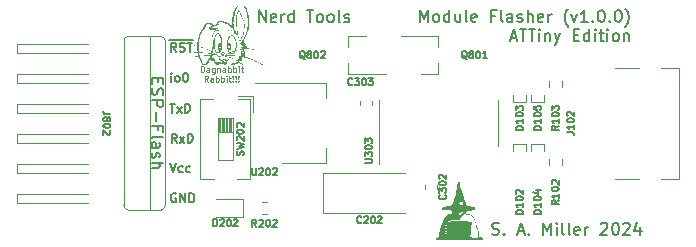
<source format=gbr>
%TF.GenerationSoftware,KiCad,Pcbnew,6.0.11+dfsg-1~bpo11+1*%
%TF.CreationDate,2024-03-27T15:17:51-04:00*%
%TF.ProjectId,Tool - ESP Module Flasher,546f6f6c-202d-4204-9553-50204d6f6475,1.0.0*%
%TF.SameCoordinates,Original*%
%TF.FileFunction,Legend,Top*%
%TF.FilePolarity,Positive*%
%FSLAX46Y46*%
G04 Gerber Fmt 4.6, Leading zero omitted, Abs format (unit mm)*
G04 Created by KiCad (PCBNEW 6.0.11+dfsg-1~bpo11+1) date 2024-03-27 15:17:51*
%MOMM*%
%LPD*%
G01*
G04 APERTURE LIST*
%ADD10C,0.150000*%
%ADD11C,0.120000*%
%ADD12C,0.100000*%
G04 APERTURE END LIST*
D10*
X106916071Y-96489285D02*
X106916071Y-95989285D01*
X106916071Y-95739285D02*
X106880357Y-95775000D01*
X106916071Y-95810714D01*
X106951785Y-95775000D01*
X106916071Y-95739285D01*
X106916071Y-95810714D01*
X107380357Y-96489285D02*
X107308928Y-96453571D01*
X107273214Y-96417857D01*
X107237500Y-96346428D01*
X107237500Y-96132142D01*
X107273214Y-96060714D01*
X107308928Y-96025000D01*
X107380357Y-95989285D01*
X107487500Y-95989285D01*
X107558928Y-96025000D01*
X107594642Y-96060714D01*
X107630357Y-96132142D01*
X107630357Y-96346428D01*
X107594642Y-96417857D01*
X107558928Y-96453571D01*
X107487500Y-96489285D01*
X107380357Y-96489285D01*
X108094642Y-95739285D02*
X108166071Y-95739285D01*
X108237500Y-95775000D01*
X108273214Y-95810714D01*
X108308928Y-95882142D01*
X108344642Y-96025000D01*
X108344642Y-96203571D01*
X108308928Y-96346428D01*
X108273214Y-96417857D01*
X108237500Y-96453571D01*
X108166071Y-96489285D01*
X108094642Y-96489285D01*
X108023214Y-96453571D01*
X107987500Y-96417857D01*
X107951785Y-96346428D01*
X107916071Y-96203571D01*
X107916071Y-96025000D01*
X107951785Y-95882142D01*
X107987500Y-95810714D01*
X108023214Y-95775000D01*
X108094642Y-95739285D01*
X107384642Y-101649285D02*
X107134642Y-101292142D01*
X106956071Y-101649285D02*
X106956071Y-100899285D01*
X107241785Y-100899285D01*
X107313214Y-100935000D01*
X107348928Y-100970714D01*
X107384642Y-101042142D01*
X107384642Y-101149285D01*
X107348928Y-101220714D01*
X107313214Y-101256428D01*
X107241785Y-101292142D01*
X106956071Y-101292142D01*
X107634642Y-101649285D02*
X108027500Y-101149285D01*
X107634642Y-101149285D02*
X108027500Y-101649285D01*
X108313214Y-101649285D02*
X108313214Y-100899285D01*
X108491785Y-100899285D01*
X108598928Y-100935000D01*
X108670357Y-101006428D01*
X108706071Y-101077857D01*
X108741785Y-101220714D01*
X108741785Y-101327857D01*
X108706071Y-101470714D01*
X108670357Y-101542142D01*
X108598928Y-101613571D01*
X108491785Y-101649285D01*
X108313214Y-101649285D01*
X106808928Y-98359285D02*
X107237500Y-98359285D01*
X107023214Y-99109285D02*
X107023214Y-98359285D01*
X107416071Y-99109285D02*
X107808928Y-98609285D01*
X107416071Y-98609285D02*
X107808928Y-99109285D01*
X108094642Y-99109285D02*
X108094642Y-98359285D01*
X108273214Y-98359285D01*
X108380357Y-98395000D01*
X108451785Y-98466428D01*
X108487500Y-98537857D01*
X108523214Y-98680714D01*
X108523214Y-98787857D01*
X108487500Y-98930714D01*
X108451785Y-99002142D01*
X108380357Y-99073571D01*
X108273214Y-99109285D01*
X108094642Y-99109285D01*
D11*
X106014002Y-92650000D02*
X105084001Y-92650000D01*
X106414000Y-106969999D02*
X106414000Y-93050000D01*
X102914001Y-93050000D02*
X102914000Y-106970000D01*
X105084001Y-92650000D02*
X103313999Y-92650000D01*
X106014001Y-107370000D02*
G75*
G03*
X106414000Y-106969999I-1J400000D01*
G01*
X103314000Y-107370001D02*
X105084001Y-107370000D01*
X106414000Y-93050000D02*
G75*
G03*
X106014002Y-92650000I-400000J0D01*
G01*
X103313999Y-92650001D02*
G75*
G03*
X102914001Y-93050000I1J-399999D01*
G01*
X102913999Y-106970000D02*
G75*
G03*
X103314000Y-107370001I400001J0D01*
G01*
X105084001Y-107370000D02*
X105084001Y-92650000D01*
X105084001Y-107370000D02*
X106014001Y-107370001D01*
D10*
X114335595Y-91452380D02*
X114335595Y-90452380D01*
X114907023Y-91452380D01*
X114907023Y-90452380D01*
X115764166Y-91404761D02*
X115668928Y-91452380D01*
X115478452Y-91452380D01*
X115383214Y-91404761D01*
X115335595Y-91309523D01*
X115335595Y-90928571D01*
X115383214Y-90833333D01*
X115478452Y-90785714D01*
X115668928Y-90785714D01*
X115764166Y-90833333D01*
X115811785Y-90928571D01*
X115811785Y-91023809D01*
X115335595Y-91119047D01*
X116240357Y-91452380D02*
X116240357Y-90785714D01*
X116240357Y-90976190D02*
X116287976Y-90880952D01*
X116335595Y-90833333D01*
X116430833Y-90785714D01*
X116526071Y-90785714D01*
X117287976Y-91452380D02*
X117287976Y-90452380D01*
X117287976Y-91404761D02*
X117192738Y-91452380D01*
X117002261Y-91452380D01*
X116907023Y-91404761D01*
X116859404Y-91357142D01*
X116811785Y-91261904D01*
X116811785Y-90976190D01*
X116859404Y-90880952D01*
X116907023Y-90833333D01*
X117002261Y-90785714D01*
X117192738Y-90785714D01*
X117287976Y-90833333D01*
X118383214Y-90452380D02*
X118954642Y-90452380D01*
X118668928Y-91452380D02*
X118668928Y-90452380D01*
X119430833Y-91452380D02*
X119335595Y-91404761D01*
X119287976Y-91357142D01*
X119240357Y-91261904D01*
X119240357Y-90976190D01*
X119287976Y-90880952D01*
X119335595Y-90833333D01*
X119430833Y-90785714D01*
X119573690Y-90785714D01*
X119668928Y-90833333D01*
X119716547Y-90880952D01*
X119764166Y-90976190D01*
X119764166Y-91261904D01*
X119716547Y-91357142D01*
X119668928Y-91404761D01*
X119573690Y-91452380D01*
X119430833Y-91452380D01*
X120335595Y-91452380D02*
X120240357Y-91404761D01*
X120192738Y-91357142D01*
X120145119Y-91261904D01*
X120145119Y-90976190D01*
X120192738Y-90880952D01*
X120240357Y-90833333D01*
X120335595Y-90785714D01*
X120478452Y-90785714D01*
X120573690Y-90833333D01*
X120621309Y-90880952D01*
X120668928Y-90976190D01*
X120668928Y-91261904D01*
X120621309Y-91357142D01*
X120573690Y-91404761D01*
X120478452Y-91452380D01*
X120335595Y-91452380D01*
X121240357Y-91452380D02*
X121145119Y-91404761D01*
X121097500Y-91309523D01*
X121097500Y-90452380D01*
X121573690Y-91404761D02*
X121668928Y-91452380D01*
X121859404Y-91452380D01*
X121954642Y-91404761D01*
X122002261Y-91309523D01*
X122002261Y-91261904D01*
X121954642Y-91166666D01*
X121859404Y-91119047D01*
X121716547Y-91119047D01*
X121621309Y-91071428D01*
X121573690Y-90976190D01*
X121573690Y-90928571D01*
X121621309Y-90833333D01*
X121716547Y-90785714D01*
X121859404Y-90785714D01*
X121954642Y-90833333D01*
X127997738Y-91447380D02*
X127997738Y-90447380D01*
X128331071Y-91161666D01*
X128664404Y-90447380D01*
X128664404Y-91447380D01*
X129283452Y-91447380D02*
X129188214Y-91399761D01*
X129140595Y-91352142D01*
X129092976Y-91256904D01*
X129092976Y-90971190D01*
X129140595Y-90875952D01*
X129188214Y-90828333D01*
X129283452Y-90780714D01*
X129426309Y-90780714D01*
X129521547Y-90828333D01*
X129569166Y-90875952D01*
X129616785Y-90971190D01*
X129616785Y-91256904D01*
X129569166Y-91352142D01*
X129521547Y-91399761D01*
X129426309Y-91447380D01*
X129283452Y-91447380D01*
X130473928Y-91447380D02*
X130473928Y-90447380D01*
X130473928Y-91399761D02*
X130378690Y-91447380D01*
X130188214Y-91447380D01*
X130092976Y-91399761D01*
X130045357Y-91352142D01*
X129997738Y-91256904D01*
X129997738Y-90971190D01*
X130045357Y-90875952D01*
X130092976Y-90828333D01*
X130188214Y-90780714D01*
X130378690Y-90780714D01*
X130473928Y-90828333D01*
X131378690Y-90780714D02*
X131378690Y-91447380D01*
X130950119Y-90780714D02*
X130950119Y-91304523D01*
X130997738Y-91399761D01*
X131092976Y-91447380D01*
X131235833Y-91447380D01*
X131331071Y-91399761D01*
X131378690Y-91352142D01*
X131997738Y-91447380D02*
X131902500Y-91399761D01*
X131854880Y-91304523D01*
X131854880Y-90447380D01*
X132759642Y-91399761D02*
X132664404Y-91447380D01*
X132473928Y-91447380D01*
X132378690Y-91399761D01*
X132331071Y-91304523D01*
X132331071Y-90923571D01*
X132378690Y-90828333D01*
X132473928Y-90780714D01*
X132664404Y-90780714D01*
X132759642Y-90828333D01*
X132807261Y-90923571D01*
X132807261Y-91018809D01*
X132331071Y-91114047D01*
X134331071Y-90923571D02*
X133997738Y-90923571D01*
X133997738Y-91447380D02*
X133997738Y-90447380D01*
X134473928Y-90447380D01*
X134997738Y-91447380D02*
X134902500Y-91399761D01*
X134854880Y-91304523D01*
X134854880Y-90447380D01*
X135807261Y-91447380D02*
X135807261Y-90923571D01*
X135759642Y-90828333D01*
X135664404Y-90780714D01*
X135473928Y-90780714D01*
X135378690Y-90828333D01*
X135807261Y-91399761D02*
X135712023Y-91447380D01*
X135473928Y-91447380D01*
X135378690Y-91399761D01*
X135331071Y-91304523D01*
X135331071Y-91209285D01*
X135378690Y-91114047D01*
X135473928Y-91066428D01*
X135712023Y-91066428D01*
X135807261Y-91018809D01*
X136235833Y-91399761D02*
X136331071Y-91447380D01*
X136521547Y-91447380D01*
X136616785Y-91399761D01*
X136664404Y-91304523D01*
X136664404Y-91256904D01*
X136616785Y-91161666D01*
X136521547Y-91114047D01*
X136378690Y-91114047D01*
X136283452Y-91066428D01*
X136235833Y-90971190D01*
X136235833Y-90923571D01*
X136283452Y-90828333D01*
X136378690Y-90780714D01*
X136521547Y-90780714D01*
X136616785Y-90828333D01*
X137092976Y-91447380D02*
X137092976Y-90447380D01*
X137521547Y-91447380D02*
X137521547Y-90923571D01*
X137473928Y-90828333D01*
X137378690Y-90780714D01*
X137235833Y-90780714D01*
X137140595Y-90828333D01*
X137092976Y-90875952D01*
X138378690Y-91399761D02*
X138283452Y-91447380D01*
X138092976Y-91447380D01*
X137997738Y-91399761D01*
X137950119Y-91304523D01*
X137950119Y-90923571D01*
X137997738Y-90828333D01*
X138092976Y-90780714D01*
X138283452Y-90780714D01*
X138378690Y-90828333D01*
X138426309Y-90923571D01*
X138426309Y-91018809D01*
X137950119Y-91114047D01*
X138854880Y-91447380D02*
X138854880Y-90780714D01*
X138854880Y-90971190D02*
X138902500Y-90875952D01*
X138950119Y-90828333D01*
X139045357Y-90780714D01*
X139140595Y-90780714D01*
X140521547Y-91828333D02*
X140473928Y-91780714D01*
X140378690Y-91637857D01*
X140331071Y-91542619D01*
X140283452Y-91399761D01*
X140235833Y-91161666D01*
X140235833Y-90971190D01*
X140283452Y-90733095D01*
X140331071Y-90590238D01*
X140378690Y-90495000D01*
X140473928Y-90352142D01*
X140521547Y-90304523D01*
X140807261Y-90780714D02*
X141045357Y-91447380D01*
X141283452Y-90780714D01*
X142188214Y-91447380D02*
X141616785Y-91447380D01*
X141902500Y-91447380D02*
X141902500Y-90447380D01*
X141807261Y-90590238D01*
X141712023Y-90685476D01*
X141616785Y-90733095D01*
X142616785Y-91352142D02*
X142664404Y-91399761D01*
X142616785Y-91447380D01*
X142569166Y-91399761D01*
X142616785Y-91352142D01*
X142616785Y-91447380D01*
X143283452Y-90447380D02*
X143378690Y-90447380D01*
X143473928Y-90495000D01*
X143521547Y-90542619D01*
X143569166Y-90637857D01*
X143616785Y-90828333D01*
X143616785Y-91066428D01*
X143569166Y-91256904D01*
X143521547Y-91352142D01*
X143473928Y-91399761D01*
X143378690Y-91447380D01*
X143283452Y-91447380D01*
X143188214Y-91399761D01*
X143140595Y-91352142D01*
X143092976Y-91256904D01*
X143045357Y-91066428D01*
X143045357Y-90828333D01*
X143092976Y-90637857D01*
X143140595Y-90542619D01*
X143188214Y-90495000D01*
X143283452Y-90447380D01*
X144045357Y-91352142D02*
X144092976Y-91399761D01*
X144045357Y-91447380D01*
X143997738Y-91399761D01*
X144045357Y-91352142D01*
X144045357Y-91447380D01*
X144712023Y-90447380D02*
X144807261Y-90447380D01*
X144902500Y-90495000D01*
X144950119Y-90542619D01*
X144997738Y-90637857D01*
X145045357Y-90828333D01*
X145045357Y-91066428D01*
X144997738Y-91256904D01*
X144950119Y-91352142D01*
X144902500Y-91399761D01*
X144807261Y-91447380D01*
X144712023Y-91447380D01*
X144616785Y-91399761D01*
X144569166Y-91352142D01*
X144521547Y-91256904D01*
X144473928Y-91066428D01*
X144473928Y-90828333D01*
X144521547Y-90637857D01*
X144569166Y-90542619D01*
X144616785Y-90495000D01*
X144712023Y-90447380D01*
X145378690Y-91828333D02*
X145426309Y-91780714D01*
X145521547Y-91637857D01*
X145569166Y-91542619D01*
X145616785Y-91399761D01*
X145664404Y-91161666D01*
X145664404Y-90971190D01*
X145616785Y-90733095D01*
X145569166Y-90590238D01*
X145521547Y-90495000D01*
X145426309Y-90352142D01*
X145378690Y-90304523D01*
X135664404Y-92771666D02*
X136140595Y-92771666D01*
X135569166Y-93057380D02*
X135902500Y-92057380D01*
X136235833Y-93057380D01*
X136426309Y-92057380D02*
X136997738Y-92057380D01*
X136712023Y-93057380D02*
X136712023Y-92057380D01*
X137188214Y-92057380D02*
X137759642Y-92057380D01*
X137473928Y-93057380D02*
X137473928Y-92057380D01*
X138092976Y-93057380D02*
X138092976Y-92390714D01*
X138092976Y-92057380D02*
X138045357Y-92105000D01*
X138092976Y-92152619D01*
X138140595Y-92105000D01*
X138092976Y-92057380D01*
X138092976Y-92152619D01*
X138569166Y-92390714D02*
X138569166Y-93057380D01*
X138569166Y-92485952D02*
X138616785Y-92438333D01*
X138712023Y-92390714D01*
X138854880Y-92390714D01*
X138950119Y-92438333D01*
X138997738Y-92533571D01*
X138997738Y-93057380D01*
X139378690Y-92390714D02*
X139616785Y-93057380D01*
X139854880Y-92390714D02*
X139616785Y-93057380D01*
X139521547Y-93295476D01*
X139473928Y-93343095D01*
X139378690Y-93390714D01*
X140997738Y-92533571D02*
X141331071Y-92533571D01*
X141473928Y-93057380D02*
X140997738Y-93057380D01*
X140997738Y-92057380D01*
X141473928Y-92057380D01*
X142331071Y-93057380D02*
X142331071Y-92057380D01*
X142331071Y-93009761D02*
X142235833Y-93057380D01*
X142045357Y-93057380D01*
X141950119Y-93009761D01*
X141902500Y-92962142D01*
X141854880Y-92866904D01*
X141854880Y-92581190D01*
X141902500Y-92485952D01*
X141950119Y-92438333D01*
X142045357Y-92390714D01*
X142235833Y-92390714D01*
X142331071Y-92438333D01*
X142807261Y-93057380D02*
X142807261Y-92390714D01*
X142807261Y-92057380D02*
X142759642Y-92105000D01*
X142807261Y-92152619D01*
X142854880Y-92105000D01*
X142807261Y-92057380D01*
X142807261Y-92152619D01*
X143140595Y-92390714D02*
X143521547Y-92390714D01*
X143283452Y-92057380D02*
X143283452Y-92914523D01*
X143331071Y-93009761D01*
X143426309Y-93057380D01*
X143521547Y-93057380D01*
X143854880Y-93057380D02*
X143854880Y-92390714D01*
X143854880Y-92057380D02*
X143807261Y-92105000D01*
X143854880Y-92152619D01*
X143902500Y-92105000D01*
X143854880Y-92057380D01*
X143854880Y-92152619D01*
X144473928Y-93057380D02*
X144378690Y-93009761D01*
X144331071Y-92962142D01*
X144283452Y-92866904D01*
X144283452Y-92581190D01*
X144331071Y-92485952D01*
X144378690Y-92438333D01*
X144473928Y-92390714D01*
X144616785Y-92390714D01*
X144712023Y-92438333D01*
X144759642Y-92485952D01*
X144807261Y-92581190D01*
X144807261Y-92866904D01*
X144759642Y-92962142D01*
X144712023Y-93009761D01*
X144616785Y-93057380D01*
X144473928Y-93057380D01*
X145235833Y-92390714D02*
X145235833Y-93057380D01*
X145235833Y-92485952D02*
X145283452Y-92438333D01*
X145378690Y-92390714D01*
X145521547Y-92390714D01*
X145616785Y-92438333D01*
X145664404Y-92533571D01*
X145664404Y-93057380D01*
X107308929Y-105975000D02*
X107237501Y-105939285D01*
X107130358Y-105939285D01*
X107023215Y-105975000D01*
X106951786Y-106046428D01*
X106916072Y-106117857D01*
X106880358Y-106260714D01*
X106880358Y-106367857D01*
X106916072Y-106510714D01*
X106951786Y-106582142D01*
X107023215Y-106653571D01*
X107130358Y-106689285D01*
X107201786Y-106689285D01*
X107308929Y-106653571D01*
X107344643Y-106617857D01*
X107344643Y-106367857D01*
X107201786Y-106367857D01*
X107666072Y-106689285D02*
X107666072Y-105939285D01*
X108094643Y-106689285D01*
X108094643Y-105939285D01*
X108451786Y-106689285D02*
X108451786Y-105939285D01*
X108630358Y-105939285D01*
X108737501Y-105975000D01*
X108808929Y-106046428D01*
X108844643Y-106117857D01*
X108880358Y-106260714D01*
X108880358Y-106367857D01*
X108844643Y-106510714D01*
X108808929Y-106582142D01*
X108737501Y-106653571D01*
X108630358Y-106689285D01*
X108451786Y-106689285D01*
X106737500Y-92987500D02*
X107487500Y-92987500D01*
X107344642Y-93949285D02*
X107094642Y-93592142D01*
X106916071Y-93949285D02*
X106916071Y-93199285D01*
X107201785Y-93199285D01*
X107273214Y-93235000D01*
X107308928Y-93270714D01*
X107344642Y-93342142D01*
X107344642Y-93449285D01*
X107308928Y-93520714D01*
X107273214Y-93556428D01*
X107201785Y-93592142D01*
X106916071Y-93592142D01*
X107487500Y-92987500D02*
X108201785Y-92987500D01*
X107630357Y-93913571D02*
X107737500Y-93949285D01*
X107916071Y-93949285D01*
X107987500Y-93913571D01*
X108023214Y-93877857D01*
X108058928Y-93806428D01*
X108058928Y-93735000D01*
X108023214Y-93663571D01*
X107987500Y-93627857D01*
X107916071Y-93592142D01*
X107773214Y-93556428D01*
X107701785Y-93520714D01*
X107666071Y-93485000D01*
X107630357Y-93413571D01*
X107630357Y-93342142D01*
X107666071Y-93270714D01*
X107701785Y-93235000D01*
X107773214Y-93199285D01*
X107951785Y-93199285D01*
X108058928Y-93235000D01*
X108201785Y-92987500D02*
X108773214Y-92987500D01*
X108273214Y-93199285D02*
X108701785Y-93199285D01*
X108487500Y-93949285D02*
X108487500Y-93199285D01*
X105785430Y-96190476D02*
X105785430Y-96523809D01*
X105261621Y-96666666D02*
X105261621Y-96190476D01*
X106261621Y-96190476D01*
X106261621Y-96666666D01*
X105309240Y-97047619D02*
X105261621Y-97190476D01*
X105261621Y-97428571D01*
X105309240Y-97523809D01*
X105356859Y-97571428D01*
X105452097Y-97619047D01*
X105547335Y-97619047D01*
X105642573Y-97571428D01*
X105690192Y-97523809D01*
X105737811Y-97428571D01*
X105785430Y-97238095D01*
X105833049Y-97142857D01*
X105880668Y-97095238D01*
X105975906Y-97047619D01*
X106071144Y-97047619D01*
X106166382Y-97095238D01*
X106214002Y-97142857D01*
X106261621Y-97238095D01*
X106261621Y-97476190D01*
X106214002Y-97619047D01*
X105261621Y-98047619D02*
X106261621Y-98047619D01*
X106261621Y-98428571D01*
X106214002Y-98523809D01*
X106166382Y-98571428D01*
X106071144Y-98619047D01*
X105928287Y-98619047D01*
X105833049Y-98571428D01*
X105785430Y-98523809D01*
X105737811Y-98428571D01*
X105737811Y-98047619D01*
X105642573Y-99047619D02*
X105642573Y-99809523D01*
X105785430Y-100619047D02*
X105785430Y-100285714D01*
X105261621Y-100285714D02*
X106261621Y-100285714D01*
X106261621Y-100761904D01*
X105261621Y-101285714D02*
X105309240Y-101190476D01*
X105404478Y-101142857D01*
X106261621Y-101142857D01*
X105261621Y-102095238D02*
X105785430Y-102095238D01*
X105880668Y-102047619D01*
X105928287Y-101952380D01*
X105928287Y-101761904D01*
X105880668Y-101666666D01*
X105309240Y-102095238D02*
X105261621Y-102000000D01*
X105261621Y-101761904D01*
X105309240Y-101666666D01*
X105404478Y-101619047D01*
X105499716Y-101619047D01*
X105594954Y-101666666D01*
X105642573Y-101761904D01*
X105642573Y-102000000D01*
X105690192Y-102095238D01*
X105309240Y-102523809D02*
X105261621Y-102619047D01*
X105261621Y-102809523D01*
X105309240Y-102904761D01*
X105404478Y-102952380D01*
X105452097Y-102952380D01*
X105547335Y-102904761D01*
X105594954Y-102809523D01*
X105594954Y-102666666D01*
X105642573Y-102571428D01*
X105737811Y-102523809D01*
X105785430Y-102523809D01*
X105880668Y-102571428D01*
X105928287Y-102666666D01*
X105928287Y-102809523D01*
X105880668Y-102904761D01*
X105261621Y-103380952D02*
X106261621Y-103380952D01*
X105261621Y-103809523D02*
X105785430Y-103809523D01*
X105880668Y-103761904D01*
X105928287Y-103666666D01*
X105928287Y-103523809D01*
X105880668Y-103428571D01*
X105833049Y-103380952D01*
X106808928Y-103399285D02*
X107058928Y-104149285D01*
X107308928Y-103399285D01*
X107880357Y-104113571D02*
X107808928Y-104149285D01*
X107666071Y-104149285D01*
X107594642Y-104113571D01*
X107558928Y-104077857D01*
X107523214Y-104006428D01*
X107523214Y-103792142D01*
X107558928Y-103720714D01*
X107594642Y-103685000D01*
X107666071Y-103649285D01*
X107808928Y-103649285D01*
X107880357Y-103685000D01*
X108523214Y-104113571D02*
X108451785Y-104149285D01*
X108308928Y-104149285D01*
X108237500Y-104113571D01*
X108201785Y-104077857D01*
X108166071Y-104006428D01*
X108166071Y-103792142D01*
X108201785Y-103720714D01*
X108237500Y-103685000D01*
X108308928Y-103649285D01*
X108451785Y-103649285D01*
X108523214Y-103685000D01*
X134092976Y-109404761D02*
X134235833Y-109452380D01*
X134473928Y-109452380D01*
X134569166Y-109404761D01*
X134616785Y-109357142D01*
X134664404Y-109261904D01*
X134664404Y-109166666D01*
X134616785Y-109071428D01*
X134569166Y-109023809D01*
X134473928Y-108976190D01*
X134283452Y-108928571D01*
X134188214Y-108880952D01*
X134140595Y-108833333D01*
X134092976Y-108738095D01*
X134092976Y-108642857D01*
X134140595Y-108547619D01*
X134188214Y-108500000D01*
X134283452Y-108452380D01*
X134521547Y-108452380D01*
X134664404Y-108500000D01*
X135092976Y-109357142D02*
X135140595Y-109404761D01*
X135092976Y-109452380D01*
X135045357Y-109404761D01*
X135092976Y-109357142D01*
X135092976Y-109452380D01*
X136283452Y-109166666D02*
X136759642Y-109166666D01*
X136188214Y-109452380D02*
X136521547Y-108452380D01*
X136854880Y-109452380D01*
X137188214Y-109357142D02*
X137235833Y-109404761D01*
X137188214Y-109452380D01*
X137140595Y-109404761D01*
X137188214Y-109357142D01*
X137188214Y-109452380D01*
X138426309Y-109452380D02*
X138426309Y-108452380D01*
X138759642Y-109166666D01*
X139092976Y-108452380D01*
X139092976Y-109452380D01*
X139569166Y-109452380D02*
X139569166Y-108785714D01*
X139569166Y-108452380D02*
X139521547Y-108500000D01*
X139569166Y-108547619D01*
X139616785Y-108500000D01*
X139569166Y-108452380D01*
X139569166Y-108547619D01*
X140188214Y-109452380D02*
X140092976Y-109404761D01*
X140045357Y-109309523D01*
X140045357Y-108452380D01*
X140712023Y-109452380D02*
X140616785Y-109404761D01*
X140569166Y-109309523D01*
X140569166Y-108452380D01*
X141473928Y-109404761D02*
X141378690Y-109452380D01*
X141188214Y-109452380D01*
X141092976Y-109404761D01*
X141045357Y-109309523D01*
X141045357Y-108928571D01*
X141092976Y-108833333D01*
X141188214Y-108785714D01*
X141378690Y-108785714D01*
X141473928Y-108833333D01*
X141521547Y-108928571D01*
X141521547Y-109023809D01*
X141045357Y-109119047D01*
X141950119Y-109452380D02*
X141950119Y-108785714D01*
X141950119Y-108976190D02*
X141997738Y-108880952D01*
X142045357Y-108833333D01*
X142140595Y-108785714D01*
X142235833Y-108785714D01*
X143283452Y-108547619D02*
X143331071Y-108500000D01*
X143426309Y-108452380D01*
X143664404Y-108452380D01*
X143759642Y-108500000D01*
X143807261Y-108547619D01*
X143854880Y-108642857D01*
X143854880Y-108738095D01*
X143807261Y-108880952D01*
X143235833Y-109452380D01*
X143854880Y-109452380D01*
X144473928Y-108452380D02*
X144569166Y-108452380D01*
X144664404Y-108500000D01*
X144712023Y-108547619D01*
X144759642Y-108642857D01*
X144807261Y-108833333D01*
X144807261Y-109071428D01*
X144759642Y-109261904D01*
X144712023Y-109357142D01*
X144664404Y-109404761D01*
X144569166Y-109452380D01*
X144473928Y-109452380D01*
X144378690Y-109404761D01*
X144331071Y-109357142D01*
X144283452Y-109261904D01*
X144235833Y-109071428D01*
X144235833Y-108833333D01*
X144283452Y-108642857D01*
X144331071Y-108547619D01*
X144378690Y-108500000D01*
X144473928Y-108452380D01*
X145188214Y-108547619D02*
X145235833Y-108500000D01*
X145331071Y-108452380D01*
X145569166Y-108452380D01*
X145664404Y-108500000D01*
X145712023Y-108547619D01*
X145759642Y-108642857D01*
X145759642Y-108738095D01*
X145712023Y-108880952D01*
X145140595Y-109452380D01*
X145759642Y-109452380D01*
X146616785Y-108785714D02*
X146616785Y-109452380D01*
X146378690Y-108404761D02*
X146140595Y-109119047D01*
X146759642Y-109119047D01*
%TO.C,Q802*%
X118243428Y-94562571D02*
X118186285Y-94534000D01*
X118129142Y-94476857D01*
X118043428Y-94391142D01*
X117986285Y-94362571D01*
X117929142Y-94362571D01*
X117957714Y-94505428D02*
X117900571Y-94476857D01*
X117843428Y-94419714D01*
X117814857Y-94305428D01*
X117814857Y-94105428D01*
X117843428Y-93991142D01*
X117900571Y-93934000D01*
X117957714Y-93905428D01*
X118072000Y-93905428D01*
X118129142Y-93934000D01*
X118186285Y-93991142D01*
X118214857Y-94105428D01*
X118214857Y-94305428D01*
X118186285Y-94419714D01*
X118129142Y-94476857D01*
X118072000Y-94505428D01*
X117957714Y-94505428D01*
X118557714Y-94162571D02*
X118500571Y-94134000D01*
X118472000Y-94105428D01*
X118443428Y-94048285D01*
X118443428Y-94019714D01*
X118472000Y-93962571D01*
X118500571Y-93934000D01*
X118557714Y-93905428D01*
X118672000Y-93905428D01*
X118729142Y-93934000D01*
X118757714Y-93962571D01*
X118786285Y-94019714D01*
X118786285Y-94048285D01*
X118757714Y-94105428D01*
X118729142Y-94134000D01*
X118672000Y-94162571D01*
X118557714Y-94162571D01*
X118500571Y-94191142D01*
X118472000Y-94219714D01*
X118443428Y-94276857D01*
X118443428Y-94391142D01*
X118472000Y-94448285D01*
X118500571Y-94476857D01*
X118557714Y-94505428D01*
X118672000Y-94505428D01*
X118729142Y-94476857D01*
X118757714Y-94448285D01*
X118786285Y-94391142D01*
X118786285Y-94276857D01*
X118757714Y-94219714D01*
X118729142Y-94191142D01*
X118672000Y-94162571D01*
X119157714Y-93905428D02*
X119214857Y-93905428D01*
X119272000Y-93934000D01*
X119300571Y-93962571D01*
X119329142Y-94019714D01*
X119357714Y-94134000D01*
X119357714Y-94276857D01*
X119329142Y-94391142D01*
X119300571Y-94448285D01*
X119272000Y-94476857D01*
X119214857Y-94505428D01*
X119157714Y-94505428D01*
X119100571Y-94476857D01*
X119072000Y-94448285D01*
X119043428Y-94391142D01*
X119014857Y-94276857D01*
X119014857Y-94134000D01*
X119043428Y-94019714D01*
X119072000Y-93962571D01*
X119100571Y-93934000D01*
X119157714Y-93905428D01*
X119586285Y-93962571D02*
X119614857Y-93934000D01*
X119672000Y-93905428D01*
X119814857Y-93905428D01*
X119872000Y-93934000D01*
X119900571Y-93962571D01*
X119929142Y-94019714D01*
X119929142Y-94076857D01*
X119900571Y-94162571D01*
X119557714Y-94505428D01*
X119929142Y-94505428D01*
%TO.C,Q801*%
X131959428Y-94562571D02*
X131902285Y-94534000D01*
X131845142Y-94476857D01*
X131759428Y-94391142D01*
X131702285Y-94362571D01*
X131645142Y-94362571D01*
X131673714Y-94505428D02*
X131616571Y-94476857D01*
X131559428Y-94419714D01*
X131530857Y-94305428D01*
X131530857Y-94105428D01*
X131559428Y-93991142D01*
X131616571Y-93934000D01*
X131673714Y-93905428D01*
X131788000Y-93905428D01*
X131845142Y-93934000D01*
X131902285Y-93991142D01*
X131930857Y-94105428D01*
X131930857Y-94305428D01*
X131902285Y-94419714D01*
X131845142Y-94476857D01*
X131788000Y-94505428D01*
X131673714Y-94505428D01*
X132273714Y-94162571D02*
X132216571Y-94134000D01*
X132188000Y-94105428D01*
X132159428Y-94048285D01*
X132159428Y-94019714D01*
X132188000Y-93962571D01*
X132216571Y-93934000D01*
X132273714Y-93905428D01*
X132388000Y-93905428D01*
X132445142Y-93934000D01*
X132473714Y-93962571D01*
X132502285Y-94019714D01*
X132502285Y-94048285D01*
X132473714Y-94105428D01*
X132445142Y-94134000D01*
X132388000Y-94162571D01*
X132273714Y-94162571D01*
X132216571Y-94191142D01*
X132188000Y-94219714D01*
X132159428Y-94276857D01*
X132159428Y-94391142D01*
X132188000Y-94448285D01*
X132216571Y-94476857D01*
X132273714Y-94505428D01*
X132388000Y-94505428D01*
X132445142Y-94476857D01*
X132473714Y-94448285D01*
X132502285Y-94391142D01*
X132502285Y-94276857D01*
X132473714Y-94219714D01*
X132445142Y-94191142D01*
X132388000Y-94162571D01*
X132873714Y-93905428D02*
X132930857Y-93905428D01*
X132988000Y-93934000D01*
X133016571Y-93962571D01*
X133045142Y-94019714D01*
X133073714Y-94134000D01*
X133073714Y-94276857D01*
X133045142Y-94391142D01*
X133016571Y-94448285D01*
X132988000Y-94476857D01*
X132930857Y-94505428D01*
X132873714Y-94505428D01*
X132816571Y-94476857D01*
X132788000Y-94448285D01*
X132759428Y-94391142D01*
X132730857Y-94276857D01*
X132730857Y-94134000D01*
X132759428Y-94019714D01*
X132788000Y-93962571D01*
X132816571Y-93934000D01*
X132873714Y-93905428D01*
X133645142Y-94505428D02*
X133302285Y-94505428D01*
X133473714Y-94505428D02*
X133473714Y-93905428D01*
X133416571Y-93991142D01*
X133359428Y-94048285D01*
X133302285Y-94076857D01*
%TO.C,J802*%
X101774571Y-99228571D02*
X101346000Y-99228571D01*
X101260285Y-99200000D01*
X101203142Y-99142857D01*
X101174571Y-99057142D01*
X101174571Y-99000000D01*
X101517428Y-99600000D02*
X101546000Y-99542857D01*
X101574571Y-99514285D01*
X101631714Y-99485714D01*
X101660285Y-99485714D01*
X101717428Y-99514285D01*
X101746000Y-99542857D01*
X101774571Y-99600000D01*
X101774571Y-99714285D01*
X101746000Y-99771428D01*
X101717428Y-99800000D01*
X101660285Y-99828571D01*
X101631714Y-99828571D01*
X101574571Y-99800000D01*
X101546000Y-99771428D01*
X101517428Y-99714285D01*
X101517428Y-99600000D01*
X101488857Y-99542857D01*
X101460285Y-99514285D01*
X101403142Y-99485714D01*
X101288857Y-99485714D01*
X101231714Y-99514285D01*
X101203142Y-99542857D01*
X101174571Y-99600000D01*
X101174571Y-99714285D01*
X101203142Y-99771428D01*
X101231714Y-99800000D01*
X101288857Y-99828571D01*
X101403142Y-99828571D01*
X101460285Y-99800000D01*
X101488857Y-99771428D01*
X101517428Y-99714285D01*
X101774571Y-100200000D02*
X101774571Y-100257142D01*
X101746000Y-100314285D01*
X101717428Y-100342857D01*
X101660285Y-100371428D01*
X101546000Y-100400000D01*
X101403142Y-100400000D01*
X101288857Y-100371428D01*
X101231714Y-100342857D01*
X101203142Y-100314285D01*
X101174571Y-100257142D01*
X101174571Y-100200000D01*
X101203142Y-100142857D01*
X101231714Y-100114285D01*
X101288857Y-100085714D01*
X101403142Y-100057142D01*
X101546000Y-100057142D01*
X101660285Y-100085714D01*
X101717428Y-100114285D01*
X101746000Y-100142857D01*
X101774571Y-100200000D01*
X101717428Y-100628571D02*
X101746000Y-100657142D01*
X101774571Y-100714285D01*
X101774571Y-100857142D01*
X101746000Y-100914285D01*
X101717428Y-100942857D01*
X101660285Y-100971428D01*
X101603142Y-100971428D01*
X101517428Y-100942857D01*
X101174571Y-100600000D01*
X101174571Y-100971428D01*
%TO.C,R103*%
X139717428Y-100239428D02*
X139431714Y-100439428D01*
X139717428Y-100582285D02*
X139117428Y-100582285D01*
X139117428Y-100353714D01*
X139146000Y-100296571D01*
X139174571Y-100268000D01*
X139231714Y-100239428D01*
X139317428Y-100239428D01*
X139374571Y-100268000D01*
X139403142Y-100296571D01*
X139431714Y-100353714D01*
X139431714Y-100582285D01*
X139717428Y-99668000D02*
X139717428Y-100010857D01*
X139717428Y-99839428D02*
X139117428Y-99839428D01*
X139203142Y-99896571D01*
X139260285Y-99953714D01*
X139288857Y-100010857D01*
X139117428Y-99296571D02*
X139117428Y-99239428D01*
X139146000Y-99182285D01*
X139174571Y-99153714D01*
X139231714Y-99125142D01*
X139346000Y-99096571D01*
X139488857Y-99096571D01*
X139603142Y-99125142D01*
X139660285Y-99153714D01*
X139688857Y-99182285D01*
X139717428Y-99239428D01*
X139717428Y-99296571D01*
X139688857Y-99353714D01*
X139660285Y-99382285D01*
X139603142Y-99410857D01*
X139488857Y-99439428D01*
X139346000Y-99439428D01*
X139231714Y-99410857D01*
X139174571Y-99382285D01*
X139146000Y-99353714D01*
X139117428Y-99296571D01*
X139117428Y-98896571D02*
X139117428Y-98525142D01*
X139346000Y-98725142D01*
X139346000Y-98639428D01*
X139374571Y-98582285D01*
X139403142Y-98553714D01*
X139460285Y-98525142D01*
X139603142Y-98525142D01*
X139660285Y-98553714D01*
X139688857Y-98582285D01*
X139717428Y-98639428D01*
X139717428Y-98810857D01*
X139688857Y-98868000D01*
X139660285Y-98896571D01*
%TO.C,R102*%
X139717428Y-106545428D02*
X139431714Y-106745428D01*
X139717428Y-106888285D02*
X139117428Y-106888285D01*
X139117428Y-106659714D01*
X139146000Y-106602571D01*
X139174571Y-106574000D01*
X139231714Y-106545428D01*
X139317428Y-106545428D01*
X139374571Y-106574000D01*
X139403142Y-106602571D01*
X139431714Y-106659714D01*
X139431714Y-106888285D01*
X139717428Y-105974000D02*
X139717428Y-106316857D01*
X139717428Y-106145428D02*
X139117428Y-106145428D01*
X139203142Y-106202571D01*
X139260285Y-106259714D01*
X139288857Y-106316857D01*
X139117428Y-105602571D02*
X139117428Y-105545428D01*
X139146000Y-105488285D01*
X139174571Y-105459714D01*
X139231714Y-105431142D01*
X139346000Y-105402571D01*
X139488857Y-105402571D01*
X139603142Y-105431142D01*
X139660285Y-105459714D01*
X139688857Y-105488285D01*
X139717428Y-105545428D01*
X139717428Y-105602571D01*
X139688857Y-105659714D01*
X139660285Y-105688285D01*
X139603142Y-105716857D01*
X139488857Y-105745428D01*
X139346000Y-105745428D01*
X139231714Y-105716857D01*
X139174571Y-105688285D01*
X139146000Y-105659714D01*
X139117428Y-105602571D01*
X139174571Y-105174000D02*
X139146000Y-105145428D01*
X139117428Y-105088285D01*
X139117428Y-104945428D01*
X139146000Y-104888285D01*
X139174571Y-104859714D01*
X139231714Y-104831142D01*
X139288857Y-104831142D01*
X139374571Y-104859714D01*
X139717428Y-105202571D01*
X139717428Y-104831142D01*
%TO.C,D202*%
X110491714Y-108729428D02*
X110491714Y-108129428D01*
X110634571Y-108129428D01*
X110720285Y-108158000D01*
X110777428Y-108215142D01*
X110806000Y-108272285D01*
X110834571Y-108386571D01*
X110834571Y-108472285D01*
X110806000Y-108586571D01*
X110777428Y-108643714D01*
X110720285Y-108700857D01*
X110634571Y-108729428D01*
X110491714Y-108729428D01*
X111063142Y-108186571D02*
X111091714Y-108158000D01*
X111148857Y-108129428D01*
X111291714Y-108129428D01*
X111348857Y-108158000D01*
X111377428Y-108186571D01*
X111406000Y-108243714D01*
X111406000Y-108300857D01*
X111377428Y-108386571D01*
X111034571Y-108729428D01*
X111406000Y-108729428D01*
X111777428Y-108129428D02*
X111834571Y-108129428D01*
X111891714Y-108158000D01*
X111920285Y-108186571D01*
X111948857Y-108243714D01*
X111977428Y-108358000D01*
X111977428Y-108500857D01*
X111948857Y-108615142D01*
X111920285Y-108672285D01*
X111891714Y-108700857D01*
X111834571Y-108729428D01*
X111777428Y-108729428D01*
X111720285Y-108700857D01*
X111691714Y-108672285D01*
X111663142Y-108615142D01*
X111634571Y-108500857D01*
X111634571Y-108358000D01*
X111663142Y-108243714D01*
X111691714Y-108186571D01*
X111720285Y-108158000D01*
X111777428Y-108129428D01*
X112206000Y-108186571D02*
X112234571Y-108158000D01*
X112291714Y-108129428D01*
X112434571Y-108129428D01*
X112491714Y-108158000D01*
X112520285Y-108186571D01*
X112548857Y-108243714D01*
X112548857Y-108300857D01*
X112520285Y-108386571D01*
X112177428Y-108729428D01*
X112548857Y-108729428D01*
%TO.C,C302*%
X130135285Y-106081428D02*
X130163857Y-106110000D01*
X130192428Y-106195714D01*
X130192428Y-106252857D01*
X130163857Y-106338571D01*
X130106714Y-106395714D01*
X130049571Y-106424285D01*
X129935285Y-106452857D01*
X129849571Y-106452857D01*
X129735285Y-106424285D01*
X129678142Y-106395714D01*
X129621000Y-106338571D01*
X129592428Y-106252857D01*
X129592428Y-106195714D01*
X129621000Y-106110000D01*
X129649571Y-106081428D01*
X129592428Y-105881428D02*
X129592428Y-105510000D01*
X129821000Y-105710000D01*
X129821000Y-105624285D01*
X129849571Y-105567142D01*
X129878142Y-105538571D01*
X129935285Y-105510000D01*
X130078142Y-105510000D01*
X130135285Y-105538571D01*
X130163857Y-105567142D01*
X130192428Y-105624285D01*
X130192428Y-105795714D01*
X130163857Y-105852857D01*
X130135285Y-105881428D01*
X129592428Y-105138571D02*
X129592428Y-105081428D01*
X129621000Y-105024285D01*
X129649571Y-104995714D01*
X129706714Y-104967142D01*
X129821000Y-104938571D01*
X129963857Y-104938571D01*
X130078142Y-104967142D01*
X130135285Y-104995714D01*
X130163857Y-105024285D01*
X130192428Y-105081428D01*
X130192428Y-105138571D01*
X130163857Y-105195714D01*
X130135285Y-105224285D01*
X130078142Y-105252857D01*
X129963857Y-105281428D01*
X129821000Y-105281428D01*
X129706714Y-105252857D01*
X129649571Y-105224285D01*
X129621000Y-105195714D01*
X129592428Y-105138571D01*
X129649571Y-104710000D02*
X129621000Y-104681428D01*
X129592428Y-104624285D01*
X129592428Y-104481428D01*
X129621000Y-104424285D01*
X129649571Y-104395714D01*
X129706714Y-104367142D01*
X129763857Y-104367142D01*
X129849571Y-104395714D01*
X130192428Y-104738571D01*
X130192428Y-104367142D01*
%TO.C,J102*%
X140426428Y-100771428D02*
X140855000Y-100771428D01*
X140940714Y-100800000D01*
X140997857Y-100857142D01*
X141026428Y-100942857D01*
X141026428Y-101000000D01*
X141026428Y-100171428D02*
X141026428Y-100514285D01*
X141026428Y-100342857D02*
X140426428Y-100342857D01*
X140512142Y-100400000D01*
X140569285Y-100457142D01*
X140597857Y-100514285D01*
X140426428Y-99800000D02*
X140426428Y-99742857D01*
X140455000Y-99685714D01*
X140483571Y-99657142D01*
X140540714Y-99628571D01*
X140655000Y-99600000D01*
X140797857Y-99600000D01*
X140912142Y-99628571D01*
X140969285Y-99657142D01*
X140997857Y-99685714D01*
X141026428Y-99742857D01*
X141026428Y-99800000D01*
X140997857Y-99857142D01*
X140969285Y-99885714D01*
X140912142Y-99914285D01*
X140797857Y-99942857D01*
X140655000Y-99942857D01*
X140540714Y-99914285D01*
X140483571Y-99885714D01*
X140455000Y-99857142D01*
X140426428Y-99800000D01*
X140483571Y-99371428D02*
X140455000Y-99342857D01*
X140426428Y-99285714D01*
X140426428Y-99142857D01*
X140455000Y-99085714D01*
X140483571Y-99057142D01*
X140540714Y-99028571D01*
X140597857Y-99028571D01*
X140683571Y-99057142D01*
X141026428Y-99400000D01*
X141026428Y-99028571D01*
%TO.C,C303*%
X122264571Y-96734285D02*
X122236000Y-96762857D01*
X122150285Y-96791428D01*
X122093142Y-96791428D01*
X122007428Y-96762857D01*
X121950285Y-96705714D01*
X121921714Y-96648571D01*
X121893142Y-96534285D01*
X121893142Y-96448571D01*
X121921714Y-96334285D01*
X121950285Y-96277142D01*
X122007428Y-96220000D01*
X122093142Y-96191428D01*
X122150285Y-96191428D01*
X122236000Y-96220000D01*
X122264571Y-96248571D01*
X122464571Y-96191428D02*
X122836000Y-96191428D01*
X122636000Y-96420000D01*
X122721714Y-96420000D01*
X122778857Y-96448571D01*
X122807428Y-96477142D01*
X122836000Y-96534285D01*
X122836000Y-96677142D01*
X122807428Y-96734285D01*
X122778857Y-96762857D01*
X122721714Y-96791428D01*
X122550285Y-96791428D01*
X122493142Y-96762857D01*
X122464571Y-96734285D01*
X123207428Y-96191428D02*
X123264571Y-96191428D01*
X123321714Y-96220000D01*
X123350285Y-96248571D01*
X123378857Y-96305714D01*
X123407428Y-96420000D01*
X123407428Y-96562857D01*
X123378857Y-96677142D01*
X123350285Y-96734285D01*
X123321714Y-96762857D01*
X123264571Y-96791428D01*
X123207428Y-96791428D01*
X123150285Y-96762857D01*
X123121714Y-96734285D01*
X123093142Y-96677142D01*
X123064571Y-96562857D01*
X123064571Y-96420000D01*
X123093142Y-96305714D01*
X123121714Y-96248571D01*
X123150285Y-96220000D01*
X123207428Y-96191428D01*
X123607428Y-96191428D02*
X123978857Y-96191428D01*
X123778857Y-96420000D01*
X123864571Y-96420000D01*
X123921714Y-96448571D01*
X123950285Y-96477142D01*
X123978857Y-96534285D01*
X123978857Y-96677142D01*
X123950285Y-96734285D01*
X123921714Y-96762857D01*
X123864571Y-96791428D01*
X123693142Y-96791428D01*
X123636000Y-96762857D01*
X123607428Y-96734285D01*
%TO.C,D104*%
X138193428Y-107694285D02*
X137593428Y-107694285D01*
X137593428Y-107551428D01*
X137622000Y-107465714D01*
X137679142Y-107408571D01*
X137736285Y-107380000D01*
X137850571Y-107351428D01*
X137936285Y-107351428D01*
X138050571Y-107380000D01*
X138107714Y-107408571D01*
X138164857Y-107465714D01*
X138193428Y-107551428D01*
X138193428Y-107694285D01*
X138193428Y-106780000D02*
X138193428Y-107122857D01*
X138193428Y-106951428D02*
X137593428Y-106951428D01*
X137679142Y-107008571D01*
X137736285Y-107065714D01*
X137764857Y-107122857D01*
X137593428Y-106408571D02*
X137593428Y-106351428D01*
X137622000Y-106294285D01*
X137650571Y-106265714D01*
X137707714Y-106237142D01*
X137822000Y-106208571D01*
X137964857Y-106208571D01*
X138079142Y-106237142D01*
X138136285Y-106265714D01*
X138164857Y-106294285D01*
X138193428Y-106351428D01*
X138193428Y-106408571D01*
X138164857Y-106465714D01*
X138136285Y-106494285D01*
X138079142Y-106522857D01*
X137964857Y-106551428D01*
X137822000Y-106551428D01*
X137707714Y-106522857D01*
X137650571Y-106494285D01*
X137622000Y-106465714D01*
X137593428Y-106408571D01*
X137793428Y-105694285D02*
X138193428Y-105694285D01*
X137564857Y-105837142D02*
X137993428Y-105980000D01*
X137993428Y-105608571D01*
D12*
%TO.C,REF\u002A\u002A*%
X109424333Y-95681690D02*
X109424333Y-95181690D01*
X109543380Y-95181690D01*
X109614809Y-95205500D01*
X109662428Y-95253119D01*
X109686237Y-95300738D01*
X109710047Y-95395976D01*
X109710047Y-95467404D01*
X109686237Y-95562642D01*
X109662428Y-95610261D01*
X109614809Y-95657880D01*
X109543380Y-95681690D01*
X109424333Y-95681690D01*
X110138618Y-95681690D02*
X110138618Y-95419785D01*
X110114809Y-95372166D01*
X110067190Y-95348357D01*
X109971952Y-95348357D01*
X109924333Y-95372166D01*
X110138618Y-95657880D02*
X110090999Y-95681690D01*
X109971952Y-95681690D01*
X109924333Y-95657880D01*
X109900523Y-95610261D01*
X109900523Y-95562642D01*
X109924333Y-95515023D01*
X109971952Y-95491214D01*
X110090999Y-95491214D01*
X110138618Y-95467404D01*
X110590999Y-95348357D02*
X110590999Y-95753119D01*
X110567190Y-95800738D01*
X110543380Y-95824547D01*
X110495761Y-95848357D01*
X110424333Y-95848357D01*
X110376713Y-95824547D01*
X110590999Y-95657880D02*
X110543380Y-95681690D01*
X110448142Y-95681690D01*
X110400523Y-95657880D01*
X110376713Y-95634071D01*
X110352904Y-95586452D01*
X110352904Y-95443595D01*
X110376713Y-95395976D01*
X110400523Y-95372166D01*
X110448142Y-95348357D01*
X110543380Y-95348357D01*
X110590999Y-95372166D01*
X110829094Y-95348357D02*
X110829094Y-95681690D01*
X110829094Y-95395976D02*
X110852904Y-95372166D01*
X110900523Y-95348357D01*
X110971952Y-95348357D01*
X111019571Y-95372166D01*
X111043380Y-95419785D01*
X111043380Y-95681690D01*
X111495761Y-95681690D02*
X111495761Y-95419785D01*
X111471952Y-95372166D01*
X111424333Y-95348357D01*
X111329094Y-95348357D01*
X111281475Y-95372166D01*
X111495761Y-95657880D02*
X111448142Y-95681690D01*
X111329094Y-95681690D01*
X111281475Y-95657880D01*
X111257666Y-95610261D01*
X111257666Y-95562642D01*
X111281475Y-95515023D01*
X111329094Y-95491214D01*
X111448142Y-95491214D01*
X111495761Y-95467404D01*
X111733856Y-95681690D02*
X111733856Y-95181690D01*
X111733856Y-95372166D02*
X111781475Y-95348357D01*
X111876713Y-95348357D01*
X111924333Y-95372166D01*
X111948142Y-95395976D01*
X111971952Y-95443595D01*
X111971952Y-95586452D01*
X111948142Y-95634071D01*
X111924333Y-95657880D01*
X111876713Y-95681690D01*
X111781475Y-95681690D01*
X111733856Y-95657880D01*
X112186237Y-95681690D02*
X112186237Y-95181690D01*
X112186237Y-95372166D02*
X112233856Y-95348357D01*
X112329094Y-95348357D01*
X112376713Y-95372166D01*
X112400523Y-95395976D01*
X112424333Y-95443595D01*
X112424333Y-95586452D01*
X112400523Y-95634071D01*
X112376713Y-95657880D01*
X112329094Y-95681690D01*
X112233856Y-95681690D01*
X112186237Y-95657880D01*
X112638618Y-95681690D02*
X112638618Y-95348357D01*
X112638618Y-95181690D02*
X112614809Y-95205500D01*
X112638618Y-95229309D01*
X112662428Y-95205500D01*
X112638618Y-95181690D01*
X112638618Y-95229309D01*
X112805285Y-95348357D02*
X112995761Y-95348357D01*
X112876713Y-95181690D02*
X112876713Y-95610261D01*
X112900523Y-95657880D01*
X112948142Y-95681690D01*
X112995761Y-95681690D01*
X110031475Y-96486690D02*
X109864809Y-96248595D01*
X109745761Y-96486690D02*
X109745761Y-95986690D01*
X109936237Y-95986690D01*
X109983856Y-96010500D01*
X110007666Y-96034309D01*
X110031475Y-96081928D01*
X110031475Y-96153357D01*
X110007666Y-96200976D01*
X109983856Y-96224785D01*
X109936237Y-96248595D01*
X109745761Y-96248595D01*
X110460047Y-96486690D02*
X110460047Y-96224785D01*
X110436237Y-96177166D01*
X110388618Y-96153357D01*
X110293380Y-96153357D01*
X110245761Y-96177166D01*
X110460047Y-96462880D02*
X110412428Y-96486690D01*
X110293380Y-96486690D01*
X110245761Y-96462880D01*
X110221952Y-96415261D01*
X110221952Y-96367642D01*
X110245761Y-96320023D01*
X110293380Y-96296214D01*
X110412428Y-96296214D01*
X110460047Y-96272404D01*
X110698142Y-96486690D02*
X110698142Y-95986690D01*
X110698142Y-96177166D02*
X110745761Y-96153357D01*
X110840999Y-96153357D01*
X110888618Y-96177166D01*
X110912428Y-96200976D01*
X110936237Y-96248595D01*
X110936237Y-96391452D01*
X110912428Y-96439071D01*
X110888618Y-96462880D01*
X110840999Y-96486690D01*
X110745761Y-96486690D01*
X110698142Y-96462880D01*
X111150523Y-96486690D02*
X111150523Y-95986690D01*
X111150523Y-96177166D02*
X111198142Y-96153357D01*
X111293380Y-96153357D01*
X111340999Y-96177166D01*
X111364809Y-96200976D01*
X111388618Y-96248595D01*
X111388618Y-96391452D01*
X111364809Y-96439071D01*
X111340999Y-96462880D01*
X111293380Y-96486690D01*
X111198142Y-96486690D01*
X111150523Y-96462880D01*
X111602904Y-96486690D02*
X111602904Y-96153357D01*
X111602904Y-95986690D02*
X111579094Y-96010500D01*
X111602904Y-96034309D01*
X111626713Y-96010500D01*
X111602904Y-95986690D01*
X111602904Y-96034309D01*
X111769571Y-96153357D02*
X111960047Y-96153357D01*
X111840999Y-95986690D02*
X111840999Y-96415261D01*
X111864809Y-96462880D01*
X111912428Y-96486690D01*
X111960047Y-96486690D01*
X112126713Y-96439071D02*
X112150523Y-96462880D01*
X112126713Y-96486690D01*
X112102904Y-96462880D01*
X112126713Y-96439071D01*
X112126713Y-96486690D01*
X112126713Y-96296214D02*
X112102904Y-96010500D01*
X112126713Y-95986690D01*
X112150523Y-96010500D01*
X112126713Y-96296214D01*
X112126713Y-95986690D01*
X112364809Y-96439071D02*
X112388618Y-96462880D01*
X112364809Y-96486690D01*
X112340999Y-96462880D01*
X112364809Y-96439071D01*
X112364809Y-96486690D01*
X112364809Y-96296214D02*
X112340999Y-96010500D01*
X112364809Y-95986690D01*
X112388618Y-96010500D01*
X112364809Y-96296214D01*
X112364809Y-95986690D01*
X112602904Y-96439071D02*
X112626713Y-96462880D01*
X112602904Y-96486690D01*
X112579094Y-96462880D01*
X112602904Y-96439071D01*
X112602904Y-96486690D01*
X112602904Y-96296214D02*
X112579094Y-96010500D01*
X112602904Y-95986690D01*
X112626713Y-96010500D01*
X112602904Y-96296214D01*
X112602904Y-95986690D01*
D10*
%TO.C,D105*%
X138215428Y-100582285D02*
X137615428Y-100582285D01*
X137615428Y-100439428D01*
X137644000Y-100353714D01*
X137701142Y-100296571D01*
X137758285Y-100268000D01*
X137872571Y-100239428D01*
X137958285Y-100239428D01*
X138072571Y-100268000D01*
X138129714Y-100296571D01*
X138186857Y-100353714D01*
X138215428Y-100439428D01*
X138215428Y-100582285D01*
X138215428Y-99668000D02*
X138215428Y-100010857D01*
X138215428Y-99839428D02*
X137615428Y-99839428D01*
X137701142Y-99896571D01*
X137758285Y-99953714D01*
X137786857Y-100010857D01*
X137615428Y-99296571D02*
X137615428Y-99239428D01*
X137644000Y-99182285D01*
X137672571Y-99153714D01*
X137729714Y-99125142D01*
X137844000Y-99096571D01*
X137986857Y-99096571D01*
X138101142Y-99125142D01*
X138158285Y-99153714D01*
X138186857Y-99182285D01*
X138215428Y-99239428D01*
X138215428Y-99296571D01*
X138186857Y-99353714D01*
X138158285Y-99382285D01*
X138101142Y-99410857D01*
X137986857Y-99439428D01*
X137844000Y-99439428D01*
X137729714Y-99410857D01*
X137672571Y-99382285D01*
X137644000Y-99353714D01*
X137615428Y-99296571D01*
X137615428Y-98553714D02*
X137615428Y-98839428D01*
X137901142Y-98868000D01*
X137872571Y-98839428D01*
X137844000Y-98782285D01*
X137844000Y-98639428D01*
X137872571Y-98582285D01*
X137901142Y-98553714D01*
X137958285Y-98525142D01*
X138101142Y-98525142D01*
X138158285Y-98553714D01*
X138186857Y-98582285D01*
X138215428Y-98639428D01*
X138215428Y-98782285D01*
X138186857Y-98839428D01*
X138158285Y-98868000D01*
%TO.C,C202*%
X123026571Y-108418285D02*
X122998000Y-108446857D01*
X122912285Y-108475428D01*
X122855142Y-108475428D01*
X122769428Y-108446857D01*
X122712285Y-108389714D01*
X122683714Y-108332571D01*
X122655142Y-108218285D01*
X122655142Y-108132571D01*
X122683714Y-108018285D01*
X122712285Y-107961142D01*
X122769428Y-107904000D01*
X122855142Y-107875428D01*
X122912285Y-107875428D01*
X122998000Y-107904000D01*
X123026571Y-107932571D01*
X123255142Y-107932571D02*
X123283714Y-107904000D01*
X123340857Y-107875428D01*
X123483714Y-107875428D01*
X123540857Y-107904000D01*
X123569428Y-107932571D01*
X123598000Y-107989714D01*
X123598000Y-108046857D01*
X123569428Y-108132571D01*
X123226571Y-108475428D01*
X123598000Y-108475428D01*
X123969428Y-107875428D02*
X124026571Y-107875428D01*
X124083714Y-107904000D01*
X124112285Y-107932571D01*
X124140857Y-107989714D01*
X124169428Y-108104000D01*
X124169428Y-108246857D01*
X124140857Y-108361142D01*
X124112285Y-108418285D01*
X124083714Y-108446857D01*
X124026571Y-108475428D01*
X123969428Y-108475428D01*
X123912285Y-108446857D01*
X123883714Y-108418285D01*
X123855142Y-108361142D01*
X123826571Y-108246857D01*
X123826571Y-108104000D01*
X123855142Y-107989714D01*
X123883714Y-107932571D01*
X123912285Y-107904000D01*
X123969428Y-107875428D01*
X124398000Y-107932571D02*
X124426571Y-107904000D01*
X124483714Y-107875428D01*
X124626571Y-107875428D01*
X124683714Y-107904000D01*
X124712285Y-107932571D01*
X124740857Y-107989714D01*
X124740857Y-108046857D01*
X124712285Y-108132571D01*
X124369428Y-108475428D01*
X124740857Y-108475428D01*
%TO.C,D103*%
X136691428Y-100582285D02*
X136091428Y-100582285D01*
X136091428Y-100439428D01*
X136120000Y-100353714D01*
X136177142Y-100296571D01*
X136234285Y-100268000D01*
X136348571Y-100239428D01*
X136434285Y-100239428D01*
X136548571Y-100268000D01*
X136605714Y-100296571D01*
X136662857Y-100353714D01*
X136691428Y-100439428D01*
X136691428Y-100582285D01*
X136691428Y-99668000D02*
X136691428Y-100010857D01*
X136691428Y-99839428D02*
X136091428Y-99839428D01*
X136177142Y-99896571D01*
X136234285Y-99953714D01*
X136262857Y-100010857D01*
X136091428Y-99296571D02*
X136091428Y-99239428D01*
X136120000Y-99182285D01*
X136148571Y-99153714D01*
X136205714Y-99125142D01*
X136320000Y-99096571D01*
X136462857Y-99096571D01*
X136577142Y-99125142D01*
X136634285Y-99153714D01*
X136662857Y-99182285D01*
X136691428Y-99239428D01*
X136691428Y-99296571D01*
X136662857Y-99353714D01*
X136634285Y-99382285D01*
X136577142Y-99410857D01*
X136462857Y-99439428D01*
X136320000Y-99439428D01*
X136205714Y-99410857D01*
X136148571Y-99382285D01*
X136120000Y-99353714D01*
X136091428Y-99296571D01*
X136091428Y-98896571D02*
X136091428Y-98525142D01*
X136320000Y-98725142D01*
X136320000Y-98639428D01*
X136348571Y-98582285D01*
X136377142Y-98553714D01*
X136434285Y-98525142D01*
X136577142Y-98525142D01*
X136634285Y-98553714D01*
X136662857Y-98582285D01*
X136691428Y-98639428D01*
X136691428Y-98810857D01*
X136662857Y-98868000D01*
X136634285Y-98896571D01*
%TO.C,U303*%
X123311428Y-103390571D02*
X123797142Y-103390571D01*
X123854285Y-103362000D01*
X123882857Y-103333428D01*
X123911428Y-103276285D01*
X123911428Y-103162000D01*
X123882857Y-103104857D01*
X123854285Y-103076285D01*
X123797142Y-103047714D01*
X123311428Y-103047714D01*
X123311428Y-102819142D02*
X123311428Y-102447714D01*
X123540000Y-102647714D01*
X123540000Y-102562000D01*
X123568571Y-102504857D01*
X123597142Y-102476285D01*
X123654285Y-102447714D01*
X123797142Y-102447714D01*
X123854285Y-102476285D01*
X123882857Y-102504857D01*
X123911428Y-102562000D01*
X123911428Y-102733428D01*
X123882857Y-102790571D01*
X123854285Y-102819142D01*
X123311428Y-102076285D02*
X123311428Y-102019142D01*
X123340000Y-101962000D01*
X123368571Y-101933428D01*
X123425714Y-101904857D01*
X123540000Y-101876285D01*
X123682857Y-101876285D01*
X123797142Y-101904857D01*
X123854285Y-101933428D01*
X123882857Y-101962000D01*
X123911428Y-102019142D01*
X123911428Y-102076285D01*
X123882857Y-102133428D01*
X123854285Y-102162000D01*
X123797142Y-102190571D01*
X123682857Y-102219142D01*
X123540000Y-102219142D01*
X123425714Y-102190571D01*
X123368571Y-102162000D01*
X123340000Y-102133428D01*
X123311428Y-102076285D01*
X123311428Y-101676285D02*
X123311428Y-101304857D01*
X123540000Y-101504857D01*
X123540000Y-101419142D01*
X123568571Y-101362000D01*
X123597142Y-101333428D01*
X123654285Y-101304857D01*
X123797142Y-101304857D01*
X123854285Y-101333428D01*
X123882857Y-101362000D01*
X123911428Y-101419142D01*
X123911428Y-101590571D01*
X123882857Y-101647714D01*
X123854285Y-101676285D01*
%TO.C,D102*%
X136669428Y-107694285D02*
X136069428Y-107694285D01*
X136069428Y-107551428D01*
X136098000Y-107465714D01*
X136155142Y-107408571D01*
X136212285Y-107380000D01*
X136326571Y-107351428D01*
X136412285Y-107351428D01*
X136526571Y-107380000D01*
X136583714Y-107408571D01*
X136640857Y-107465714D01*
X136669428Y-107551428D01*
X136669428Y-107694285D01*
X136669428Y-106780000D02*
X136669428Y-107122857D01*
X136669428Y-106951428D02*
X136069428Y-106951428D01*
X136155142Y-107008571D01*
X136212285Y-107065714D01*
X136240857Y-107122857D01*
X136069428Y-106408571D02*
X136069428Y-106351428D01*
X136098000Y-106294285D01*
X136126571Y-106265714D01*
X136183714Y-106237142D01*
X136298000Y-106208571D01*
X136440857Y-106208571D01*
X136555142Y-106237142D01*
X136612285Y-106265714D01*
X136640857Y-106294285D01*
X136669428Y-106351428D01*
X136669428Y-106408571D01*
X136640857Y-106465714D01*
X136612285Y-106494285D01*
X136555142Y-106522857D01*
X136440857Y-106551428D01*
X136298000Y-106551428D01*
X136183714Y-106522857D01*
X136126571Y-106494285D01*
X136098000Y-106465714D01*
X136069428Y-106408571D01*
X136126571Y-105980000D02*
X136098000Y-105951428D01*
X136069428Y-105894285D01*
X136069428Y-105751428D01*
X136098000Y-105694285D01*
X136126571Y-105665714D01*
X136183714Y-105637142D01*
X136240857Y-105637142D01*
X136326571Y-105665714D01*
X136669428Y-106008571D01*
X136669428Y-105637142D01*
%TO.C,R202*%
X114136571Y-108769428D02*
X113936571Y-108483714D01*
X113793714Y-108769428D02*
X113793714Y-108169428D01*
X114022285Y-108169428D01*
X114079428Y-108198000D01*
X114108000Y-108226571D01*
X114136571Y-108283714D01*
X114136571Y-108369428D01*
X114108000Y-108426571D01*
X114079428Y-108455142D01*
X114022285Y-108483714D01*
X113793714Y-108483714D01*
X114365142Y-108226571D02*
X114393714Y-108198000D01*
X114450857Y-108169428D01*
X114593714Y-108169428D01*
X114650857Y-108198000D01*
X114679428Y-108226571D01*
X114708000Y-108283714D01*
X114708000Y-108340857D01*
X114679428Y-108426571D01*
X114336571Y-108769428D01*
X114708000Y-108769428D01*
X115079428Y-108169428D02*
X115136571Y-108169428D01*
X115193714Y-108198000D01*
X115222285Y-108226571D01*
X115250857Y-108283714D01*
X115279428Y-108398000D01*
X115279428Y-108540857D01*
X115250857Y-108655142D01*
X115222285Y-108712285D01*
X115193714Y-108740857D01*
X115136571Y-108769428D01*
X115079428Y-108769428D01*
X115022285Y-108740857D01*
X114993714Y-108712285D01*
X114965142Y-108655142D01*
X114936571Y-108540857D01*
X114936571Y-108398000D01*
X114965142Y-108283714D01*
X114993714Y-108226571D01*
X115022285Y-108198000D01*
X115079428Y-108169428D01*
X115508000Y-108226571D02*
X115536571Y-108198000D01*
X115593714Y-108169428D01*
X115736571Y-108169428D01*
X115793714Y-108198000D01*
X115822285Y-108226571D01*
X115850857Y-108283714D01*
X115850857Y-108340857D01*
X115822285Y-108426571D01*
X115479428Y-108769428D01*
X115850857Y-108769428D01*
%TO.C,SW202*%
X113018857Y-102717428D02*
X113047428Y-102631714D01*
X113047428Y-102488857D01*
X113018857Y-102431714D01*
X112990285Y-102403142D01*
X112933142Y-102374571D01*
X112876000Y-102374571D01*
X112818857Y-102403142D01*
X112790285Y-102431714D01*
X112761714Y-102488857D01*
X112733142Y-102603142D01*
X112704571Y-102660285D01*
X112676000Y-102688857D01*
X112618857Y-102717428D01*
X112561714Y-102717428D01*
X112504571Y-102688857D01*
X112476000Y-102660285D01*
X112447428Y-102603142D01*
X112447428Y-102460285D01*
X112476000Y-102374571D01*
X112447428Y-102174571D02*
X113047428Y-102031714D01*
X112618857Y-101917428D01*
X113047428Y-101803142D01*
X112447428Y-101660285D01*
X112504571Y-101460285D02*
X112476000Y-101431714D01*
X112447428Y-101374571D01*
X112447428Y-101231714D01*
X112476000Y-101174571D01*
X112504571Y-101146000D01*
X112561714Y-101117428D01*
X112618857Y-101117428D01*
X112704571Y-101146000D01*
X113047428Y-101488857D01*
X113047428Y-101117428D01*
X112447428Y-100746000D02*
X112447428Y-100688857D01*
X112476000Y-100631714D01*
X112504571Y-100603142D01*
X112561714Y-100574571D01*
X112676000Y-100546000D01*
X112818857Y-100546000D01*
X112933142Y-100574571D01*
X112990285Y-100603142D01*
X113018857Y-100631714D01*
X113047428Y-100688857D01*
X113047428Y-100746000D01*
X113018857Y-100803142D01*
X112990285Y-100831714D01*
X112933142Y-100860285D01*
X112818857Y-100888857D01*
X112676000Y-100888857D01*
X112561714Y-100860285D01*
X112504571Y-100831714D01*
X112476000Y-100803142D01*
X112447428Y-100746000D01*
X112504571Y-100317428D02*
X112476000Y-100288857D01*
X112447428Y-100231714D01*
X112447428Y-100088857D01*
X112476000Y-100031714D01*
X112504571Y-100003142D01*
X112561714Y-99974571D01*
X112618857Y-99974571D01*
X112704571Y-100003142D01*
X113047428Y-100346000D01*
X113047428Y-99974571D01*
%TO.C,U202*%
X113779428Y-103811428D02*
X113779428Y-104297142D01*
X113808000Y-104354285D01*
X113836571Y-104382857D01*
X113893714Y-104411428D01*
X114008000Y-104411428D01*
X114065142Y-104382857D01*
X114093714Y-104354285D01*
X114122285Y-104297142D01*
X114122285Y-103811428D01*
X114379428Y-103868571D02*
X114408000Y-103840000D01*
X114465142Y-103811428D01*
X114608000Y-103811428D01*
X114665142Y-103840000D01*
X114693714Y-103868571D01*
X114722285Y-103925714D01*
X114722285Y-103982857D01*
X114693714Y-104068571D01*
X114350857Y-104411428D01*
X114722285Y-104411428D01*
X115093714Y-103811428D02*
X115150857Y-103811428D01*
X115208000Y-103840000D01*
X115236571Y-103868571D01*
X115265142Y-103925714D01*
X115293714Y-104040000D01*
X115293714Y-104182857D01*
X115265142Y-104297142D01*
X115236571Y-104354285D01*
X115208000Y-104382857D01*
X115150857Y-104411428D01*
X115093714Y-104411428D01*
X115036571Y-104382857D01*
X115008000Y-104354285D01*
X114979428Y-104297142D01*
X114950857Y-104182857D01*
X114950857Y-104040000D01*
X114979428Y-103925714D01*
X115008000Y-103868571D01*
X115036571Y-103840000D01*
X115093714Y-103811428D01*
X115522285Y-103868571D02*
X115550857Y-103840000D01*
X115608000Y-103811428D01*
X115750857Y-103811428D01*
X115808000Y-103840000D01*
X115836571Y-103868571D01*
X115865142Y-103925714D01*
X115865142Y-103982857D01*
X115836571Y-104068571D01*
X115493714Y-104411428D01*
X115865142Y-104411428D01*
D11*
%TO.C,Q802*%
X121922000Y-95814000D02*
X125082000Y-95814000D01*
X121922000Y-92654000D02*
X123382000Y-92654000D01*
X121922000Y-92654000D02*
X121922000Y-93584000D01*
X121922000Y-95814000D02*
X121922000Y-94884000D01*
%TO.C,Q801*%
X129538000Y-92654000D02*
X126378000Y-92654000D01*
X129538000Y-95814000D02*
X128078000Y-95814000D01*
X129538000Y-95814000D02*
X129538000Y-94884000D01*
X129538000Y-92654000D02*
X129538000Y-93584000D01*
%TO.C,J802*%
X99886000Y-99110000D02*
X93886000Y-99110000D01*
X93886000Y-100890000D02*
X99886000Y-100890000D01*
X93886000Y-106730000D02*
X93886000Y-105970000D01*
X93886000Y-99110000D02*
X93886000Y-98350000D01*
X93886000Y-105970000D02*
X99886000Y-105970000D01*
X93886000Y-103430000D02*
X99886000Y-103430000D01*
X93886000Y-104190000D02*
X93886000Y-103430000D01*
X93886000Y-98350000D02*
X99886000Y-98350000D01*
X99886000Y-101650000D02*
X93886000Y-101650000D01*
X93886000Y-94030000D02*
X93886000Y-93270000D01*
X93886000Y-95810000D02*
X99886000Y-95810000D01*
X99886000Y-106730000D02*
X93886000Y-106730000D01*
X93886000Y-96570000D02*
X93886000Y-95810000D01*
X99886000Y-94030000D02*
X93886000Y-94030000D01*
X99886000Y-104190000D02*
X93886000Y-104190000D01*
X93886000Y-93270000D02*
X99886000Y-93270000D01*
X99886000Y-96570000D02*
X93886000Y-96570000D01*
X93886000Y-101650000D02*
X93886000Y-100890000D01*
%TO.C,R103*%
X138923500Y-96935258D02*
X138923500Y-96460742D01*
X139968500Y-96935258D02*
X139968500Y-96460742D01*
%TO.C,R102*%
X139968500Y-103064742D02*
X139968500Y-103539258D01*
X138923500Y-103064742D02*
X138923500Y-103539258D01*
%TO.C,D202*%
X110706000Y-107923000D02*
X112991000Y-107923000D01*
X112991000Y-106453000D02*
X110706000Y-106453000D01*
X112991000Y-107923000D02*
X112991000Y-106453000D01*
%TO.C,C302*%
X128395000Y-105269420D02*
X128395000Y-105550580D01*
X129415000Y-105269420D02*
X129415000Y-105550580D01*
%TO.C,J102*%
X149900000Y-104700000D02*
X149900000Y-95300000D01*
X148400000Y-95300000D02*
X149900000Y-95300000D01*
X144500000Y-104700000D02*
X146500000Y-104700000D01*
X144500000Y-95300000D02*
X146500000Y-95300000D01*
X148400000Y-104700000D02*
X149900000Y-104700000D01*
%TO.C,G\u002A\u002A\u002A*%
G36*
X132318000Y-108300000D02*
G01*
X132298000Y-108320000D01*
X132278000Y-108300000D01*
X132298000Y-108280000D01*
X132318000Y-108300000D01*
G37*
G36*
X132318000Y-108140000D02*
G01*
X132298000Y-108160000D01*
X132278000Y-108140000D01*
X132298000Y-108120000D01*
X132318000Y-108140000D01*
G37*
G36*
X130907166Y-108215833D02*
G01*
X130895237Y-108234013D01*
X130854666Y-108236842D01*
X130811985Y-108227073D01*
X130830500Y-108212675D01*
X130893015Y-108207906D01*
X130907166Y-108215833D01*
G37*
G36*
X131476372Y-106789036D02*
G01*
X131478000Y-106800000D01*
X131464352Y-106838960D01*
X131460360Y-106840000D01*
X131426209Y-106811970D01*
X131418000Y-106800000D01*
X131421171Y-106763140D01*
X131435639Y-106760000D01*
X131476372Y-106789036D01*
G37*
G36*
X132478000Y-108780000D02*
G01*
X132458000Y-108800000D01*
X132438000Y-108780000D01*
X132458000Y-108760000D01*
X132478000Y-108780000D01*
G37*
G36*
X129616323Y-109274126D02*
G01*
X129968142Y-109274126D01*
X129974406Y-109270000D01*
X130037853Y-109250271D01*
X130143148Y-109240297D01*
X130164711Y-109240000D01*
X130261285Y-109235664D01*
X130295786Y-109213573D01*
X130286033Y-109160098D01*
X130282396Y-109150000D01*
X130219686Y-109074251D01*
X130133685Y-109052826D01*
X130075076Y-109053501D01*
X130085869Y-109064694D01*
X130092043Y-109066538D01*
X130133171Y-109085822D01*
X130124662Y-109119203D01*
X130060795Y-109184166D01*
X130050449Y-109193711D01*
X129987844Y-109252611D01*
X129968142Y-109274126D01*
X129616323Y-109274126D01*
X129631035Y-109202947D01*
X129655415Y-109100000D01*
X129958000Y-109100000D01*
X129978000Y-109120000D01*
X129998000Y-109100000D01*
X129978000Y-109080000D01*
X129958000Y-109100000D01*
X129655415Y-109100000D01*
X129675828Y-109013805D01*
X129683554Y-108984365D01*
X131242909Y-108984365D01*
X131252839Y-109039685D01*
X131264666Y-109053333D01*
X131323213Y-109078812D01*
X131356658Y-109037180D01*
X131358000Y-109020000D01*
X131325981Y-108966969D01*
X131298000Y-108960000D01*
X131242909Y-108984365D01*
X129683554Y-108984365D01*
X129712351Y-108874639D01*
X130038000Y-108874639D01*
X130070135Y-108909561D01*
X130143005Y-108941802D01*
X130221300Y-108960091D01*
X130269715Y-108953160D01*
X130272166Y-108949375D01*
X130275262Y-108891746D01*
X130266410Y-108787005D01*
X130259715Y-108737499D01*
X130234754Y-108622906D01*
X130198187Y-108570072D01*
X130155549Y-108560000D01*
X130091413Y-108578469D01*
X130088003Y-108637365D01*
X130145452Y-108741916D01*
X130160723Y-108763825D01*
X130204590Y-108838973D01*
X130208735Y-108878313D01*
X130203084Y-108880000D01*
X130146278Y-108850759D01*
X130137596Y-108839347D01*
X130091117Y-108818504D01*
X130045753Y-108847134D01*
X130038000Y-108874639D01*
X129712351Y-108874639D01*
X129725582Y-108824224D01*
X129775543Y-108653176D01*
X129820960Y-108519632D01*
X129857081Y-108442564D01*
X129858964Y-108440000D01*
X129891364Y-108382576D01*
X130265362Y-108382576D01*
X130289669Y-108381851D01*
X130458076Y-108346176D01*
X130672488Y-108319960D01*
X130918808Y-108302959D01*
X131182940Y-108294928D01*
X131450788Y-108295622D01*
X131708255Y-108304795D01*
X131941247Y-108322203D01*
X132135666Y-108347600D01*
X132277417Y-108380741D01*
X132348993Y-108417660D01*
X132353520Y-108463438D01*
X132350156Y-108571084D01*
X132340446Y-108723023D01*
X132325936Y-108901681D01*
X132308170Y-109089482D01*
X132288694Y-109268854D01*
X132269052Y-109422222D01*
X132251205Y-109530000D01*
X132245817Y-109611817D01*
X132281400Y-109639393D01*
X132293336Y-109640000D01*
X132349302Y-109670037D01*
X132358000Y-109700000D01*
X132392762Y-109739345D01*
X132480694Y-109758843D01*
X132597261Y-109757673D01*
X132717927Y-109735017D01*
X132775349Y-109713929D01*
X132859185Y-109654513D01*
X132899495Y-109595289D01*
X132906491Y-109500948D01*
X132892418Y-109348590D01*
X132861177Y-109156201D01*
X132816672Y-108941768D01*
X132762805Y-108723275D01*
X132703480Y-108518708D01*
X132642600Y-108346053D01*
X132614067Y-108280000D01*
X132517947Y-108085448D01*
X132436178Y-107952322D01*
X132354070Y-107867504D01*
X132256933Y-107817876D01*
X132130080Y-107790321D01*
X132055535Y-107781212D01*
X131919301Y-107761135D01*
X131817104Y-107735870D01*
X131773747Y-107713119D01*
X131735502Y-107716579D01*
X131662013Y-107766758D01*
X131569027Y-107848734D01*
X131472294Y-107947585D01*
X131387564Y-108048389D01*
X131333764Y-108130000D01*
X131278610Y-108205342D01*
X131199719Y-108235925D01*
X131121870Y-108240000D01*
X131003314Y-108224514D01*
X130922929Y-108185299D01*
X130918000Y-108180000D01*
X130848433Y-108128441D01*
X130786184Y-108128447D01*
X130758038Y-108179623D01*
X130758000Y-108182360D01*
X130737194Y-108222869D01*
X130714185Y-108217642D01*
X130650033Y-108214848D01*
X130571584Y-108243433D01*
X130494687Y-108275349D01*
X130451261Y-108258939D01*
X130436011Y-108238151D01*
X130406240Y-108202025D01*
X130398670Y-108239308D01*
X130398612Y-108243887D01*
X130365979Y-108309663D01*
X130308000Y-108355124D01*
X130265362Y-108382576D01*
X129891364Y-108382576D01*
X129897215Y-108372205D01*
X129950164Y-108256336D01*
X129997490Y-108140000D01*
X130072264Y-107964797D01*
X130146743Y-107850239D01*
X130239899Y-107779329D01*
X130370705Y-107735067D01*
X130472109Y-107714764D01*
X130609503Y-107686868D01*
X130681569Y-107660151D01*
X130702566Y-107627692D01*
X130697671Y-107605290D01*
X130670686Y-107516976D01*
X130668395Y-107507226D01*
X130984106Y-107507226D01*
X130991418Y-107550068D01*
X131043136Y-107623277D01*
X131064923Y-107647226D01*
X131195344Y-107739327D01*
X131333465Y-107751853D01*
X131478633Y-107684788D01*
X131514930Y-107656444D01*
X131555754Y-107618541D01*
X131778162Y-107618541D01*
X131802852Y-107611118D01*
X131804737Y-107609262D01*
X131832935Y-107540113D01*
X131829510Y-107514531D01*
X131808901Y-107505245D01*
X131787248Y-107556793D01*
X131778162Y-107618541D01*
X131555754Y-107618541D01*
X131606307Y-107571605D01*
X131629377Y-107526568D01*
X131582931Y-107519691D01*
X131465759Y-107549330D01*
X131441652Y-107556939D01*
X131330163Y-107598275D01*
X131292054Y-107628401D01*
X131311652Y-107647188D01*
X131341295Y-107667338D01*
X131296399Y-107676328D01*
X131274420Y-107677188D01*
X131177099Y-107650640D01*
X131125278Y-107580000D01*
X131068310Y-107494685D01*
X131009391Y-107487834D01*
X130984106Y-107507226D01*
X130668395Y-107507226D01*
X130649920Y-107428610D01*
X130648868Y-107424505D01*
X131251749Y-107424505D01*
X131258000Y-107440000D01*
X131293944Y-107478159D01*
X131300360Y-107480000D01*
X131317541Y-107449052D01*
X131318000Y-107440000D01*
X131302010Y-107420000D01*
X131838000Y-107420000D01*
X131858000Y-107440000D01*
X131878000Y-107420000D01*
X131858000Y-107400000D01*
X131838000Y-107420000D01*
X131302010Y-107420000D01*
X131287249Y-107401537D01*
X131275639Y-107400000D01*
X131251749Y-107424505D01*
X130648868Y-107424505D01*
X130634348Y-107367875D01*
X130605541Y-107336946D01*
X130543283Y-107329381D01*
X130427353Y-107338740D01*
X130382722Y-107343495D01*
X130250992Y-107357851D01*
X130154518Y-107368764D01*
X130118000Y-107373334D01*
X130068940Y-107368303D01*
X129976630Y-107351255D01*
X129968000Y-107349450D01*
X129870757Y-107312411D01*
X129860775Y-107293333D01*
X130331333Y-107293333D01*
X130336824Y-107317113D01*
X130358000Y-107320000D01*
X130390924Y-107305364D01*
X130384666Y-107293333D01*
X130337196Y-107288546D01*
X130331333Y-107293333D01*
X129860775Y-107293333D01*
X129848794Y-107270436D01*
X130455348Y-107270436D01*
X130494666Y-107276842D01*
X130546547Y-107269487D01*
X130546977Y-107260000D01*
X130638000Y-107260000D01*
X130658000Y-107280000D01*
X130678000Y-107260000D01*
X130658000Y-107240000D01*
X130638000Y-107260000D01*
X130546977Y-107260000D01*
X130547166Y-107255833D01*
X130493631Y-107246284D01*
X130470500Y-107252675D01*
X130455348Y-107270436D01*
X129848794Y-107270436D01*
X129838236Y-107250257D01*
X129837999Y-107242407D01*
X129861120Y-107169422D01*
X129937756Y-107116395D01*
X130078822Y-107077233D01*
X130158000Y-107063742D01*
X130364185Y-107027295D01*
X130508523Y-106985068D01*
X130568917Y-106950436D01*
X130775348Y-106950436D01*
X130814666Y-106956842D01*
X130866547Y-106949487D01*
X130867166Y-106935833D01*
X130813631Y-106926284D01*
X130790500Y-106932675D01*
X130775348Y-106950436D01*
X130568917Y-106950436D01*
X130609076Y-106927407D01*
X130666395Y-106864020D01*
X130915550Y-106864020D01*
X130970860Y-106870333D01*
X130998000Y-106870719D01*
X131070772Y-106866549D01*
X131079349Y-106856166D01*
X131068000Y-106852426D01*
X130966550Y-106846206D01*
X130928000Y-106852426D01*
X130915550Y-106864020D01*
X130666395Y-106864020D01*
X130683902Y-106844659D01*
X130737257Y-106754139D01*
X130741742Y-106745159D01*
X131320434Y-106745159D01*
X131344855Y-106830815D01*
X131384438Y-106877273D01*
X131476299Y-106924090D01*
X131561065Y-106904011D01*
X131614610Y-106828304D01*
X131621985Y-106766319D01*
X131609287Y-106694341D01*
X131562266Y-106665007D01*
X131478547Y-106660000D01*
X131367000Y-106683600D01*
X131320434Y-106745159D01*
X130741742Y-106745159D01*
X130793610Y-106641301D01*
X130830485Y-106557759D01*
X130838780Y-106530158D01*
X130854238Y-106449620D01*
X130888246Y-106380979D01*
X130916494Y-106360000D01*
X130942488Y-106324728D01*
X130965504Y-106237249D01*
X130969708Y-106210000D01*
X130995284Y-106066587D01*
X131031060Y-105915406D01*
X131035348Y-105900000D01*
X131064720Y-105767326D01*
X131090572Y-105601012D01*
X131101584Y-105500000D01*
X131130489Y-105267762D01*
X131171554Y-105110212D01*
X131226478Y-105022728D01*
X131285381Y-105000000D01*
X131344351Y-105019273D01*
X131347128Y-105050635D01*
X131342215Y-105133248D01*
X131361382Y-105267658D01*
X131398495Y-105432250D01*
X131447416Y-105605405D01*
X131502012Y-105765508D01*
X131556147Y-105890942D01*
X131603686Y-105960089D01*
X131605681Y-105961609D01*
X131627729Y-106008642D01*
X131658703Y-106113235D01*
X131692511Y-106254373D01*
X131698119Y-106280567D01*
X131739975Y-106447124D01*
X131790223Y-106600889D01*
X131838172Y-106709254D01*
X131839334Y-106711244D01*
X131890716Y-106811674D01*
X131917078Y-106889286D01*
X131918000Y-106899184D01*
X131946505Y-106944233D01*
X132036147Y-106988268D01*
X132193111Y-107033518D01*
X132423584Y-107082215D01*
X132428000Y-107083053D01*
X132556776Y-107111170D01*
X132647030Y-107137992D01*
X132678000Y-107156303D01*
X132641715Y-107245260D01*
X132547404Y-107328766D01*
X132416883Y-107396339D01*
X132271967Y-107437495D01*
X132134472Y-107441752D01*
X132098958Y-107434549D01*
X132011467Y-107417505D01*
X131957415Y-107437923D01*
X131912332Y-107511184D01*
X131887649Y-107567378D01*
X131842104Y-107674756D01*
X132070052Y-107701613D01*
X132211942Y-107725702D01*
X132331776Y-107758751D01*
X132381965Y-107781203D01*
X132474390Y-107873704D01*
X132571951Y-108030571D01*
X132669394Y-108236850D01*
X132761461Y-108477585D01*
X132842898Y-108737822D01*
X132908448Y-109002605D01*
X132952856Y-109256979D01*
X132970083Y-109454665D01*
X132978000Y-109679863D01*
X133148000Y-109679931D01*
X133255130Y-109684714D01*
X133304381Y-109707564D01*
X133317708Y-109761405D01*
X133318000Y-109780000D01*
X133318000Y-109880000D01*
X132584523Y-109880000D01*
X132349618Y-109880917D01*
X132053155Y-109883508D01*
X131713552Y-109887528D01*
X131349227Y-109892733D01*
X130978598Y-109898880D01*
X130620085Y-109905724D01*
X130581236Y-109906528D01*
X129311427Y-109933057D01*
X129324713Y-109816528D01*
X129346986Y-109733336D01*
X129405758Y-109696891D01*
X129468123Y-109687456D01*
X129555663Y-109671730D01*
X129582657Y-109635104D01*
X129573929Y-109578022D01*
X129575333Y-109504027D01*
X129588348Y-109421123D01*
X129984761Y-109421123D01*
X130003069Y-109422681D01*
X130018000Y-109417814D01*
X130116464Y-109387186D01*
X130218000Y-109359146D01*
X130293807Y-109337833D01*
X130295462Y-109328608D01*
X130238000Y-109325511D01*
X130128024Y-109344678D01*
X130038000Y-109384180D01*
X129984761Y-109421123D01*
X129588348Y-109421123D01*
X129595953Y-109372678D01*
X129616323Y-109274126D01*
G37*
G36*
X131584666Y-106733333D02*
G01*
X131579175Y-106757113D01*
X131558000Y-106760000D01*
X131525075Y-106745364D01*
X131531333Y-106733333D01*
X131578803Y-106728546D01*
X131584666Y-106733333D01*
G37*
G36*
X131838000Y-108220000D02*
G01*
X131818000Y-108240000D01*
X131798000Y-108220000D01*
X131818000Y-108200000D01*
X131838000Y-108220000D01*
G37*
%TO.C,C303*%
X122934000Y-98157420D02*
X122934000Y-98438580D01*
X123954000Y-98157420D02*
X123954000Y-98438580D01*
%TO.C,D104*%
X138457000Y-102356000D02*
X138457000Y-101786000D01*
X138457000Y-101786000D02*
X137387000Y-101786000D01*
X137387000Y-101786000D02*
X137387000Y-102356000D01*
%TO.C,REF\u002A\u002A*%
G36*
X111138863Y-94066621D02*
G01*
X111151754Y-94045072D01*
X111161452Y-94034909D01*
X111171972Y-94028384D01*
X111187121Y-94024636D01*
X111210701Y-94022802D01*
X111246519Y-94022019D01*
X111253837Y-94021932D01*
X111300828Y-94021943D01*
X111352313Y-94022811D01*
X111399043Y-94024362D01*
X111410279Y-94024908D01*
X111445786Y-94027135D01*
X111468531Y-94029995D01*
X111482410Y-94034680D01*
X111491318Y-94042381D01*
X111497534Y-94051599D01*
X111504954Y-94065370D01*
X111505376Y-94075892D01*
X111497182Y-94088304D01*
X111480338Y-94106117D01*
X111462944Y-94125050D01*
X111451694Y-94139442D01*
X111449333Y-94144324D01*
X111444692Y-94154459D01*
X111433103Y-94171898D01*
X111428500Y-94178092D01*
X111415263Y-94198266D01*
X111408089Y-94214686D01*
X111407667Y-94217703D01*
X111402547Y-94230552D01*
X111389397Y-94250379D01*
X111377850Y-94264833D01*
X111358443Y-94285557D01*
X111342279Y-94295966D01*
X111323095Y-94299434D01*
X111313267Y-94299635D01*
X111283054Y-94295528D01*
X111255840Y-94285370D01*
X111253500Y-94283988D01*
X111220290Y-94257642D01*
X111185330Y-94220232D01*
X111154644Y-94178982D01*
X111137240Y-94141386D01*
X111133265Y-94112106D01*
X111207667Y-94112106D01*
X111213505Y-94125842D01*
X111220167Y-94133000D01*
X111230700Y-94146094D01*
X111232666Y-94152770D01*
X111238539Y-94162757D01*
X111253009Y-94178414D01*
X111271350Y-94195394D01*
X111288840Y-94209350D01*
X111300752Y-94215936D01*
X111301417Y-94216020D01*
X111307150Y-94209675D01*
X111307667Y-94205338D01*
X111312382Y-94193446D01*
X111324726Y-94172971D01*
X111341488Y-94149088D01*
X111375310Y-94103833D01*
X111335238Y-94098149D01*
X111302429Y-94095412D01*
X111269193Y-94095762D01*
X111239626Y-94098750D01*
X111217824Y-94103928D01*
X111207883Y-94110848D01*
X111207667Y-94112106D01*
X111133265Y-94112106D01*
X111131947Y-94102402D01*
X111138863Y-94066621D01*
G37*
G36*
X110857037Y-92139768D02*
G01*
X110903500Y-92147388D01*
X110937071Y-92155408D01*
X110957539Y-92162262D01*
X110968236Y-92169560D01*
X110972493Y-92178914D01*
X110972829Y-92180916D01*
X110972386Y-92191830D01*
X110965700Y-92197922D01*
X110950430Y-92199322D01*
X110924236Y-92196158D01*
X110884776Y-92188560D01*
X110874333Y-92186359D01*
X110814718Y-92178050D01*
X110754715Y-92177472D01*
X110699582Y-92184352D01*
X110656272Y-92197653D01*
X110615038Y-92219805D01*
X110579916Y-92247777D01*
X110549949Y-92283308D01*
X110524180Y-92328138D01*
X110501651Y-92384006D01*
X110481405Y-92452653D01*
X110462483Y-92535817D01*
X110458126Y-92557649D01*
X110449125Y-92602792D01*
X110442153Y-92634132D01*
X110436275Y-92654266D01*
X110430555Y-92665792D01*
X110424060Y-92671308D01*
X110416481Y-92673324D01*
X110405643Y-92674068D01*
X110400379Y-92669801D01*
X110399566Y-92656825D01*
X110402078Y-92631443D01*
X110402538Y-92627491D01*
X110408854Y-92585162D01*
X110418517Y-92534594D01*
X110430409Y-92480529D01*
X110443413Y-92427706D01*
X110456410Y-92380866D01*
X110468284Y-92344751D01*
X110470574Y-92338865D01*
X110505576Y-92270912D01*
X110550028Y-92215854D01*
X110603256Y-92174393D01*
X110650961Y-92151751D01*
X110691727Y-92141855D01*
X110743220Y-92136498D01*
X110800102Y-92135772D01*
X110857037Y-92139768D01*
G37*
G36*
X111940053Y-92104365D02*
G01*
X111950041Y-92105845D01*
X112027232Y-92126097D01*
X112099754Y-92161802D01*
X112166643Y-92212165D01*
X112226931Y-92276389D01*
X112279652Y-92353677D01*
X112302667Y-92396554D01*
X112329388Y-92453106D01*
X112347037Y-92496618D01*
X112355809Y-92527906D01*
X112355898Y-92547783D01*
X112347497Y-92557063D01*
X112341112Y-92558000D01*
X112325133Y-92550111D01*
X112311945Y-92527815D01*
X112303851Y-92506982D01*
X112299547Y-92493055D01*
X112299333Y-92491400D01*
X112295142Y-92478392D01*
X112283912Y-92454936D01*
X112267661Y-92424574D01*
X112248407Y-92390850D01*
X112228166Y-92357308D01*
X112208957Y-92327490D01*
X112194197Y-92306739D01*
X112156165Y-92261930D01*
X112116938Y-92226670D01*
X112070767Y-92196292D01*
X112034324Y-92176961D01*
X112000360Y-92161070D01*
X111973356Y-92151870D01*
X111945937Y-92147550D01*
X111910726Y-92146302D01*
X111909324Y-92146292D01*
X111869038Y-92147475D01*
X111838663Y-92152417D01*
X111811649Y-92162283D01*
X111807119Y-92164436D01*
X111774220Y-92178440D01*
X111753170Y-92182186D01*
X111742713Y-92175714D01*
X111741000Y-92166525D01*
X111747369Y-92149440D01*
X111767251Y-92134281D01*
X111801809Y-92120367D01*
X111836000Y-92110844D01*
X111873153Y-92103152D01*
X111904604Y-92101135D01*
X111940053Y-92104365D01*
G37*
G36*
X112418972Y-91277429D02*
G01*
X112419132Y-91207029D01*
X112419814Y-91141904D01*
X112421028Y-91084013D01*
X112422786Y-91035316D01*
X112425098Y-90997771D01*
X112427975Y-90973336D01*
X112430727Y-90964500D01*
X112437524Y-90948562D01*
X112436800Y-90940085D01*
X112435202Y-90922151D01*
X112437994Y-90891426D01*
X112444454Y-90850979D01*
X112453861Y-90803882D01*
X112465493Y-90753206D01*
X112478627Y-90702023D01*
X112492542Y-90653402D01*
X112506516Y-90610415D01*
X112519826Y-90576134D01*
X112524896Y-90565362D01*
X112543242Y-90534657D01*
X112564831Y-90506447D01*
X112585935Y-90485153D01*
X112600339Y-90475925D01*
X112605940Y-90471817D01*
X112605749Y-90463836D01*
X112598610Y-90449496D01*
X112583366Y-90426311D01*
X112565602Y-90401176D01*
X112538084Y-90360548D01*
X112521895Y-90330995D01*
X112516748Y-90311642D01*
X112522357Y-90301611D01*
X112532449Y-90299666D01*
X112544266Y-90306616D01*
X112563075Y-90326257D01*
X112587662Y-90356774D01*
X112616810Y-90396353D01*
X112649305Y-90443178D01*
X112683932Y-90495434D01*
X112719474Y-90551308D01*
X112754716Y-90608984D01*
X112788444Y-90666647D01*
X112819442Y-90722483D01*
X112833787Y-90749629D01*
X112848058Y-90776584D01*
X112859584Y-90797276D01*
X112866087Y-90807632D01*
X112866395Y-90807962D01*
X112871866Y-90817350D01*
X112881384Y-90837388D01*
X112890423Y-90858000D01*
X112901984Y-90885251D01*
X112917673Y-90922269D01*
X112935123Y-90963471D01*
X112946917Y-90991333D01*
X113014110Y-91169555D01*
X113066006Y-91349853D01*
X113102613Y-91531239D01*
X113123939Y-91712730D01*
X113129992Y-91893338D01*
X113120780Y-92072078D01*
X113096310Y-92247964D01*
X113056590Y-92420010D01*
X113001628Y-92587231D01*
X112932974Y-92745500D01*
X112899376Y-92810879D01*
X112864433Y-92873029D01*
X112829345Y-92930251D01*
X112795316Y-92980846D01*
X112763548Y-93023117D01*
X112735244Y-93055365D01*
X112711605Y-93075891D01*
X112693997Y-93083000D01*
X112679101Y-93075699D01*
X112668430Y-93060083D01*
X112663260Y-93044555D01*
X112655220Y-93015975D01*
X112645154Y-92977541D01*
X112633903Y-92932449D01*
X112625032Y-92895500D01*
X112571562Y-92656772D01*
X112526162Y-92427155D01*
X112487976Y-92201684D01*
X112456148Y-91975394D01*
X112435225Y-91795500D01*
X112431588Y-91753411D01*
X112428389Y-91700927D01*
X112425638Y-91640008D01*
X112423345Y-91572611D01*
X112421521Y-91500696D01*
X112420178Y-91426222D01*
X112419903Y-91402048D01*
X112458853Y-91402048D01*
X112459592Y-91480199D01*
X112461345Y-91551864D01*
X112464160Y-91614149D01*
X112465539Y-91635037D01*
X112485476Y-91852600D01*
X112513845Y-92080205D01*
X112550009Y-92313905D01*
X112593332Y-92549757D01*
X112643181Y-92783816D01*
X112666695Y-92883883D01*
X112701564Y-93028016D01*
X112722060Y-93003425D01*
X112735029Y-92986453D01*
X112754292Y-92959519D01*
X112777033Y-92926619D01*
X112795997Y-92898453D01*
X112865215Y-92782152D01*
X112927073Y-92653456D01*
X112980454Y-92515423D01*
X113024242Y-92371111D01*
X113057320Y-92223579D01*
X113069478Y-92149666D01*
X113086191Y-91976009D01*
X113086958Y-91799084D01*
X113071968Y-91619795D01*
X113041409Y-91439044D01*
X112995473Y-91257736D01*
X112934348Y-91076773D01*
X112858224Y-90897059D01*
X112770815Y-90725835D01*
X112750555Y-90688127D01*
X112733677Y-90654483D01*
X112721713Y-90628127D01*
X112716196Y-90612286D01*
X112716000Y-90610541D01*
X112709837Y-90593481D01*
X112694151Y-90571465D01*
X112673149Y-90548989D01*
X112651036Y-90530548D01*
X112632017Y-90520638D01*
X112631855Y-90520597D01*
X112616989Y-90519468D01*
X112604487Y-90526978D01*
X112589420Y-90546159D01*
X112588801Y-90547056D01*
X112559341Y-90600047D01*
X112532662Y-90669248D01*
X112508834Y-90754426D01*
X112487927Y-90855345D01*
X112477872Y-90916340D01*
X112472910Y-90958903D01*
X112468614Y-91015229D01*
X112465033Y-91082425D01*
X112462217Y-91157597D01*
X112460215Y-91237854D01*
X112459077Y-91320301D01*
X112458853Y-91402048D01*
X112419903Y-91402048D01*
X112419324Y-91351146D01*
X112418972Y-91277429D01*
G37*
G36*
X111448831Y-94283743D02*
G01*
X111469316Y-94264083D01*
X111477824Y-94256453D01*
X111493853Y-94243309D01*
X111561564Y-94243309D01*
X111567605Y-94245561D01*
X111582142Y-94247181D01*
X111606829Y-94248287D01*
X111643325Y-94248998D01*
X111693284Y-94249433D01*
X111753500Y-94249693D01*
X112005707Y-94255765D01*
X112263499Y-94271982D01*
X112519661Y-94297818D01*
X112653500Y-94315403D01*
X112704840Y-94322698D01*
X112750932Y-94329196D01*
X112789086Y-94334521D01*
X112816613Y-94338298D01*
X112830821Y-94340153D01*
X112831765Y-94340254D01*
X112836467Y-94338080D01*
X112839413Y-94328936D01*
X112839908Y-94322152D01*
X112950354Y-94322152D01*
X112950892Y-94344728D01*
X112952525Y-94355585D01*
X112952692Y-94355802D01*
X112963586Y-94360603D01*
X112984144Y-94366312D01*
X113007557Y-94371273D01*
X113026710Y-94373813D01*
X113036593Y-94372314D01*
X113035440Y-94363098D01*
X113031992Y-94355916D01*
X113022689Y-94339760D01*
X113007289Y-94314990D01*
X112989026Y-94286802D01*
X112987949Y-94285175D01*
X112953500Y-94233184D01*
X112951031Y-94292429D01*
X112950354Y-94322152D01*
X112839908Y-94322152D01*
X112840760Y-94310466D01*
X112840667Y-94280314D01*
X112839291Y-94236121D01*
X112839092Y-94230916D01*
X112836664Y-94181129D01*
X112833317Y-94143262D01*
X112828304Y-94112567D01*
X112820877Y-94084298D01*
X112811878Y-94058000D01*
X112795463Y-94009884D01*
X112786498Y-93973992D01*
X112784738Y-93947761D01*
X112789943Y-93928629D01*
X112798534Y-93917132D01*
X112824082Y-93901766D01*
X112852863Y-93902544D01*
X112866269Y-93908144D01*
X112877140Y-93918377D01*
X112894223Y-93939465D01*
X112914964Y-93968091D01*
X112932065Y-93993560D01*
X112955677Y-94029721D01*
X112978975Y-94065049D01*
X112998654Y-94094548D01*
X113007779Y-94108000D01*
X113027080Y-94136631D01*
X113049242Y-94170268D01*
X113062862Y-94191333D01*
X113092185Y-94237166D01*
X113086817Y-94178833D01*
X113072779Y-94075496D01*
X113050253Y-93983603D01*
X113018196Y-93899687D01*
X112982291Y-93831395D01*
X112962672Y-93800575D01*
X112947589Y-93782658D01*
X112934876Y-93775291D01*
X112930211Y-93774767D01*
X112915768Y-93776156D01*
X112888303Y-93779912D01*
X112851212Y-93785533D01*
X112807889Y-93792513D01*
X112786833Y-93796038D01*
X112741510Y-93803712D01*
X112700617Y-93810633D01*
X112667636Y-93816212D01*
X112646048Y-93819860D01*
X112641000Y-93820710D01*
X112620153Y-93824892D01*
X112587024Y-93832317D01*
X112545471Y-93842070D01*
X112499352Y-93853240D01*
X112452526Y-93864911D01*
X112429711Y-93870737D01*
X112396945Y-93880387D01*
X112376265Y-93890166D01*
X112363250Y-93902476D01*
X112358878Y-93909196D01*
X112347521Y-93928959D01*
X112331627Y-93956751D01*
X112316818Y-93982719D01*
X112295360Y-94016403D01*
X112268703Y-94052837D01*
X112247912Y-94078016D01*
X112196628Y-94124598D01*
X112140281Y-94156295D01*
X112080789Y-94172975D01*
X112020070Y-94174506D01*
X111960044Y-94160755D01*
X111902630Y-94131590D01*
X111867524Y-94104218D01*
X111833873Y-94073817D01*
X111783791Y-94099098D01*
X111754298Y-94115421D01*
X111717455Y-94137860D01*
X111679338Y-94162655D01*
X111662608Y-94174124D01*
X111630150Y-94196484D01*
X111600342Y-94216401D01*
X111577353Y-94231119D01*
X111568337Y-94236433D01*
X111562360Y-94240306D01*
X111561564Y-94243309D01*
X111493853Y-94243309D01*
X111531244Y-94212649D01*
X111593456Y-94169181D01*
X111617477Y-94153833D01*
X111632009Y-94143659D01*
X111652771Y-94127966D01*
X111661113Y-94121422D01*
X111684073Y-94105273D01*
X111715302Y-94085929D01*
X111748106Y-94067532D01*
X111748632Y-94067255D01*
X111790858Y-94045035D01*
X111916000Y-94045035D01*
X111922632Y-94051104D01*
X111939867Y-94062545D01*
X111959750Y-94074419D01*
X112008349Y-94095191D01*
X112055109Y-94099824D01*
X112102347Y-94088318D01*
X112130473Y-94074482D01*
X112165523Y-94048845D01*
X112201695Y-94013211D01*
X112233928Y-93973062D01*
X112253631Y-93941078D01*
X112265263Y-93918586D01*
X112195619Y-93938200D01*
X112154536Y-93950520D01*
X112109733Y-93965207D01*
X112063949Y-93981213D01*
X112019922Y-93997492D01*
X111980391Y-94012998D01*
X111948097Y-94026682D01*
X111925779Y-94037500D01*
X111916175Y-94044405D01*
X111916000Y-94045035D01*
X111790858Y-94045035D01*
X111805812Y-94037166D01*
X111773470Y-93983678D01*
X111724351Y-93887423D01*
X111685624Y-93778498D01*
X111657388Y-93657340D01*
X111646119Y-93572441D01*
X111700319Y-93572441D01*
X111701123Y-93599074D01*
X111705523Y-93620754D01*
X111714149Y-93643255D01*
X111714355Y-93643722D01*
X111736169Y-93683087D01*
X111760381Y-93709816D01*
X111785358Y-93722986D01*
X111809468Y-93721674D01*
X111828333Y-93708184D01*
X111837215Y-93691026D01*
X111846091Y-93661381D01*
X111854171Y-93623408D01*
X111860665Y-93581269D01*
X111864782Y-93539123D01*
X111865833Y-93510722D01*
X111858978Y-93467809D01*
X111838374Y-93434067D01*
X111804510Y-93410255D01*
X111799664Y-93408136D01*
X111769500Y-93400510D01*
X111745537Y-93405837D01*
X111727208Y-93424857D01*
X111713947Y-93458309D01*
X111705189Y-93506934D01*
X111702480Y-93535079D01*
X111700319Y-93572441D01*
X111646119Y-93572441D01*
X111639741Y-93524387D01*
X111632782Y-93380077D01*
X111632667Y-93358000D01*
X111635942Y-93269203D01*
X111705230Y-93269203D01*
X111730747Y-93251033D01*
X111772732Y-93230367D01*
X111816471Y-93225687D01*
X111859620Y-93236825D01*
X111899355Y-93263177D01*
X111939632Y-93308720D01*
X111967771Y-93362177D01*
X111984036Y-93424647D01*
X111988692Y-93497225D01*
X111982003Y-93581011D01*
X111979756Y-93596454D01*
X111965534Y-93667524D01*
X111946385Y-93725116D01*
X111921194Y-93771976D01*
X111895595Y-93803950D01*
X111875712Y-93822405D01*
X111856980Y-93830867D01*
X111830984Y-93832994D01*
X111828708Y-93833000D01*
X111804596Y-93834092D01*
X111794080Y-93838051D01*
X111793813Y-93844978D01*
X111798865Y-93860460D01*
X111805611Y-93883778D01*
X111807247Y-93889776D01*
X111817417Y-93914305D01*
X111834552Y-93943714D01*
X111849693Y-93964806D01*
X111883302Y-94007017D01*
X111935956Y-93983393D01*
X111963775Y-93971910D01*
X112002733Y-93957162D01*
X112048069Y-93940894D01*
X112095024Y-93924845D01*
X112104388Y-93921750D01*
X112149189Y-93907111D01*
X112191622Y-93893375D01*
X112227588Y-93881860D01*
X112252984Y-93873886D01*
X112257667Y-93872460D01*
X112275771Y-93866536D01*
X112288056Y-93859551D01*
X112297225Y-93847926D01*
X112305980Y-93828082D01*
X112317024Y-93796442D01*
X112318603Y-93791764D01*
X112336690Y-93735963D01*
X112350773Y-93686201D01*
X112361336Y-93639010D01*
X112368859Y-93590920D01*
X112373824Y-93538460D01*
X112376712Y-93478161D01*
X112378005Y-93406553D01*
X112378209Y-93362166D01*
X112378063Y-93292864D01*
X112377302Y-93237444D01*
X112375774Y-93193127D01*
X112373329Y-93157136D01*
X112369815Y-93126691D01*
X112365081Y-93099015D01*
X112363506Y-93091333D01*
X112336690Y-92983104D01*
X112304856Y-92887342D01*
X112268403Y-92804818D01*
X112227731Y-92736304D01*
X112183239Y-92682569D01*
X112135327Y-92644387D01*
X112130473Y-92641517D01*
X112080500Y-92621085D01*
X112031049Y-92617075D01*
X111982558Y-92629243D01*
X111935468Y-92657343D01*
X111890218Y-92701133D01*
X111847248Y-92760366D01*
X111816046Y-92816241D01*
X111782988Y-92892818D01*
X111754270Y-92980896D01*
X111731205Y-93075585D01*
X111715103Y-93171998D01*
X111711152Y-93207351D01*
X111705230Y-93269203D01*
X111635942Y-93269203D01*
X111638079Y-93211271D01*
X111654268Y-93076270D01*
X111681162Y-92953243D01*
X111718689Y-92842435D01*
X111766777Y-92744092D01*
X111825354Y-92658462D01*
X111843325Y-92637137D01*
X111894132Y-92590745D01*
X111950172Y-92559359D01*
X112009425Y-92542979D01*
X112069872Y-92541605D01*
X112129495Y-92555238D01*
X112186274Y-92583877D01*
X112238190Y-92627522D01*
X112247008Y-92637137D01*
X112303478Y-92711513D01*
X112351107Y-92796879D01*
X112390294Y-92894228D01*
X112421433Y-93004554D01*
X112444923Y-93128850D01*
X112445921Y-93135570D01*
X112452910Y-93201582D01*
X112456651Y-93278639D01*
X112457275Y-93362203D01*
X112454914Y-93447739D01*
X112449696Y-93530709D01*
X112441754Y-93606579D01*
X112431217Y-93670810D01*
X112430404Y-93674666D01*
X112419500Y-93722893D01*
X112409285Y-93760638D01*
X112397838Y-93793883D01*
X112383236Y-93828606D01*
X112375501Y-93845500D01*
X112377230Y-93848290D01*
X112383395Y-93844281D01*
X112396302Y-93838380D01*
X112421568Y-93830130D01*
X112455226Y-93820550D01*
X112493311Y-93810657D01*
X112531859Y-93801471D01*
X112566905Y-93794010D01*
X112594482Y-93789291D01*
X112600123Y-93788621D01*
X112622488Y-93785189D01*
X112637685Y-93780801D01*
X112638722Y-93780241D01*
X112649540Y-93777138D01*
X112673829Y-93772024D01*
X112708593Y-93765473D01*
X112750837Y-93758059D01*
X112779593Y-93753261D01*
X112824469Y-93745752D01*
X112863243Y-93738949D01*
X112893073Y-93733377D01*
X112911117Y-93729559D01*
X112915171Y-93728273D01*
X112911635Y-93721033D01*
X112899160Y-93705212D01*
X112880416Y-93684187D01*
X112879760Y-93683485D01*
X112863832Y-93663714D01*
X113027417Y-93663714D01*
X113034073Y-93677416D01*
X113041629Y-93686121D01*
X113054955Y-93697808D01*
X113069334Y-93703038D01*
X113090836Y-93703260D01*
X113107339Y-93701829D01*
X113136379Y-93698148D01*
X113160645Y-93693717D01*
X113170167Y-93691113D01*
X113173214Y-93687139D01*
X113160071Y-93683287D01*
X113130507Y-93679493D01*
X113128500Y-93679294D01*
X113096193Y-93675102D01*
X113068319Y-93669677D01*
X113051429Y-93664392D01*
X113033485Y-93658745D01*
X113027417Y-93663714D01*
X112863832Y-93663714D01*
X112853687Y-93651122D01*
X112842114Y-93624331D01*
X112844630Y-93601241D01*
X112857667Y-93583000D01*
X112866903Y-93575615D01*
X112879250Y-93570744D01*
X112898111Y-93567862D01*
X112926888Y-93566442D01*
X112968083Y-93565964D01*
X113061833Y-93565595D01*
X113029347Y-93547214D01*
X113007602Y-93533067D01*
X112978746Y-93511846D01*
X112948135Y-93487535D01*
X112940330Y-93481013D01*
X112935125Y-93476284D01*
X113138816Y-93476284D01*
X113145806Y-93485205D01*
X113152057Y-93488954D01*
X113166374Y-93496736D01*
X113171816Y-93499371D01*
X113170555Y-93492726D01*
X113165266Y-93476155D01*
X113164638Y-93474343D01*
X113157969Y-93457919D01*
X113152294Y-93455537D01*
X113144879Y-93463926D01*
X113138816Y-93476284D01*
X112935125Y-93476284D01*
X112907912Y-93451559D01*
X112883892Y-93423642D01*
X112863070Y-93390608D01*
X112849666Y-93364999D01*
X112846182Y-93358625D01*
X112970167Y-93358625D01*
X113003500Y-93388153D01*
X113031810Y-93411442D01*
X113063179Y-93434736D01*
X113073562Y-93441805D01*
X113095304Y-93455412D01*
X113107906Y-93460325D01*
X113115843Y-93457468D01*
X113120866Y-93451547D01*
X113125696Y-93442231D01*
X113120568Y-93436583D01*
X113102504Y-93432078D01*
X113096637Y-93431015D01*
X113065457Y-93420529D01*
X113046189Y-93403247D01*
X113041000Y-93385573D01*
X113046744Y-93376239D01*
X113059140Y-93375971D01*
X113070929Y-93384650D01*
X113071836Y-93386075D01*
X113084568Y-93397335D01*
X113098348Y-93403651D01*
X113110897Y-93406525D01*
X113115362Y-93401888D01*
X113113773Y-93385953D01*
X113112283Y-93377660D01*
X113106969Y-93356182D01*
X113134924Y-93356182D01*
X113135747Y-93360083D01*
X113139616Y-93382971D01*
X113140886Y-93403138D01*
X113141356Y-93418023D01*
X113144064Y-93422383D01*
X113151241Y-93415186D01*
X113165114Y-93395402D01*
X113168557Y-93390330D01*
X113180658Y-93371462D01*
X113183693Y-93361112D01*
X113178272Y-93354228D01*
X113173314Y-93350964D01*
X113151874Y-93341538D01*
X113138247Y-93343479D01*
X113134924Y-93356182D01*
X113106969Y-93356182D01*
X113105595Y-93350629D01*
X113096523Y-93338189D01*
X113082237Y-93338267D01*
X113067371Y-93344790D01*
X113042014Y-93353475D01*
X113011923Y-93358100D01*
X113005997Y-93358312D01*
X112970167Y-93358625D01*
X112846182Y-93358625D01*
X112831498Y-93331758D01*
X112814181Y-93305455D01*
X112800195Y-93289735D01*
X112797016Y-93287627D01*
X112781413Y-93271396D01*
X112775569Y-93245815D01*
X112776917Y-93235902D01*
X112919664Y-93235902D01*
X112924061Y-93256987D01*
X112940390Y-93291490D01*
X112966487Y-93317416D01*
X112998455Y-93331448D01*
X113013306Y-93333000D01*
X113037599Y-93329010D01*
X113060053Y-93314881D01*
X113071000Y-93304666D01*
X113090433Y-93281252D01*
X113098512Y-93258882D01*
X113099333Y-93246333D01*
X113096776Y-93224433D01*
X113088539Y-93216454D01*
X113086833Y-93216333D01*
X113075767Y-93210483D01*
X113074333Y-93205426D01*
X113069698Y-93190521D01*
X113062410Y-93178342D01*
X113055260Y-93169930D01*
X113052759Y-93172683D01*
X113054054Y-93188870D01*
X113055174Y-93197583D01*
X113057007Y-93220344D01*
X113053900Y-93230829D01*
X113046843Y-93233000D01*
X113035658Y-93225906D01*
X113031163Y-93214250D01*
X113024697Y-93200035D01*
X113007682Y-93193636D01*
X113001702Y-93192910D01*
X112982338Y-93193188D01*
X112972923Y-93201497D01*
X112969549Y-93211660D01*
X112966879Y-93244141D01*
X112977659Y-93266795D01*
X113001913Y-93279646D01*
X113030583Y-93282886D01*
X113046063Y-93288061D01*
X113049333Y-93296560D01*
X113046593Y-93304460D01*
X113035818Y-93307524D01*
X113013178Y-93306621D01*
X113007376Y-93306088D01*
X112973609Y-93299169D01*
X112953101Y-93284470D01*
X112943331Y-93259192D01*
X112941530Y-93233000D01*
X112944689Y-93199176D01*
X112955735Y-93178515D01*
X112977026Y-93168460D01*
X113002930Y-93166333D01*
X113025922Y-93165588D01*
X113034868Y-93162691D01*
X113032346Y-93156649D01*
X113031178Y-93155450D01*
X113007646Y-93141011D01*
X112983154Y-93143163D01*
X112957805Y-93161865D01*
X112932832Y-93195232D01*
X112921665Y-93216890D01*
X112919664Y-93235902D01*
X112776917Y-93235902D01*
X112779729Y-93215217D01*
X112791392Y-93188373D01*
X112803732Y-93169634D01*
X112813254Y-93158949D01*
X112815298Y-93158000D01*
X112823043Y-93151456D01*
X112838381Y-93133357D01*
X112859639Y-93106001D01*
X112885143Y-93071685D01*
X112913220Y-93032707D01*
X112942196Y-92991366D01*
X112970398Y-92949959D01*
X112996152Y-92910783D01*
X113001958Y-92901694D01*
X113035143Y-92846304D01*
X113072030Y-92779527D01*
X113110676Y-92705331D01*
X113149137Y-92627681D01*
X113185468Y-92550545D01*
X113217727Y-92477890D01*
X113243969Y-92413681D01*
X113253054Y-92389280D01*
X113300543Y-92241052D01*
X113341001Y-92082782D01*
X113373198Y-91920051D01*
X113395903Y-91758442D01*
X113399283Y-91725867D01*
X113403514Y-91666611D01*
X113406193Y-91594958D01*
X113407357Y-91515100D01*
X113407040Y-91431230D01*
X113405278Y-91347542D01*
X113402106Y-91268227D01*
X113397559Y-91197480D01*
X113394546Y-91164326D01*
X113373629Y-91003282D01*
X113344415Y-90841967D01*
X113307700Y-90683258D01*
X113264279Y-90530032D01*
X113214947Y-90385166D01*
X113160499Y-90251538D01*
X113117390Y-90161597D01*
X113076864Y-90083000D01*
X113205249Y-90083000D01*
X113239088Y-90155916D01*
X113312270Y-90330517D01*
X113375715Y-90517607D01*
X113429066Y-90715895D01*
X113471964Y-90924092D01*
X113496663Y-91083000D01*
X113501360Y-91128232D01*
X113505261Y-91186486D01*
X113508348Y-91254820D01*
X113510603Y-91330296D01*
X113512007Y-91409972D01*
X113512543Y-91490909D01*
X113512192Y-91570166D01*
X113510937Y-91644803D01*
X113508759Y-91711880D01*
X113505640Y-91768456D01*
X113501563Y-91811592D01*
X113501160Y-91814627D01*
X113465145Y-92028557D01*
X113416813Y-92232104D01*
X113355649Y-92426655D01*
X113281139Y-92613597D01*
X113192767Y-92794314D01*
X113090018Y-92970193D01*
X113047958Y-93034762D01*
X112999335Y-93107358D01*
X113030584Y-93116098D01*
X113070670Y-93135373D01*
X113100727Y-93166723D01*
X113119112Y-93207815D01*
X113124333Y-93248960D01*
X113125114Y-93274133D01*
X113129018Y-93287519D01*
X113138391Y-93293979D01*
X113147250Y-93296465D01*
X113168925Y-93306762D01*
X113188617Y-93323707D01*
X113201029Y-93336841D01*
X113206421Y-93337288D01*
X113207367Y-93330916D01*
X113212629Y-93318683D01*
X113222986Y-93317208D01*
X113231393Y-93325829D01*
X113232667Y-93333293D01*
X113228165Y-93353050D01*
X113219867Y-93369786D01*
X113211712Y-93384268D01*
X113213659Y-93391219D01*
X113219867Y-93394232D01*
X113231147Y-93405787D01*
X113232667Y-93412808D01*
X113228488Y-93422309D01*
X113213624Y-93421690D01*
X113212784Y-93421483D01*
X113196640Y-93420926D01*
X113188763Y-93432503D01*
X113188068Y-93434976D01*
X113188925Y-93456274D01*
X113196084Y-93473069D01*
X113204285Y-93490787D01*
X113205060Y-93502771D01*
X113208936Y-93512429D01*
X113222686Y-93524393D01*
X113240926Y-93535478D01*
X113258270Y-93542497D01*
X113269334Y-93542264D01*
X113270182Y-93541308D01*
X113268532Y-93533992D01*
X113263617Y-93533000D01*
X113247146Y-93525992D01*
X113232283Y-93509344D01*
X113224544Y-93489617D01*
X113224333Y-93486281D01*
X113230050Y-93464012D01*
X113244029Y-93444462D01*
X113261513Y-93433644D01*
X113266472Y-93433000D01*
X113280365Y-93437050D01*
X113279841Y-93448747D01*
X113265442Y-93466890D01*
X113254223Y-93481356D01*
X113255609Y-93492611D01*
X113258215Y-93496160D01*
X113270987Y-93502554D01*
X113283393Y-93495197D01*
X113291751Y-93476675D01*
X113292583Y-93472063D01*
X113300543Y-93456465D01*
X113309750Y-93451224D01*
X113320873Y-93455264D01*
X113324372Y-93471110D01*
X113320335Y-93495791D01*
X113308849Y-93526338D01*
X113307437Y-93529306D01*
X113290542Y-93564208D01*
X113320992Y-93594658D01*
X113339221Y-93614673D01*
X113347207Y-93630353D01*
X113347630Y-93647882D01*
X113346745Y-93654054D01*
X113342048Y-93683000D01*
X113443856Y-93683000D01*
X113570993Y-93688376D01*
X113704456Y-93703997D01*
X113838056Y-93729103D01*
X113859754Y-93734121D01*
X113909679Y-93746796D01*
X113944489Y-93757771D01*
X113965553Y-93767793D01*
X113974243Y-93777609D01*
X113971930Y-93787966D01*
X113967699Y-93792967D01*
X113957453Y-93795489D01*
X113935162Y-93793632D01*
X113899547Y-93787211D01*
X113849326Y-93776041D01*
X113847843Y-93775692D01*
X113680641Y-93743682D01*
X113516752Y-93727269D01*
X113424333Y-93724804D01*
X113368596Y-93725592D01*
X113307670Y-93727771D01*
X113245814Y-93731073D01*
X113187284Y-93735229D01*
X113136339Y-93739970D01*
X113097237Y-93745028D01*
X113093161Y-93745709D01*
X113066156Y-93750392D01*
X113096425Y-93810446D01*
X113137375Y-93902383D01*
X113166898Y-93994600D01*
X113186171Y-94091764D01*
X113196368Y-94198544D01*
X113196916Y-94209544D01*
X113198553Y-94264468D01*
X113197231Y-94305607D01*
X113192293Y-94335683D01*
X113183085Y-94357417D01*
X113168953Y-94373532D01*
X113155085Y-94383351D01*
X113130342Y-94398398D01*
X113162754Y-94406929D01*
X113182472Y-94412006D01*
X113214469Y-94420120D01*
X113254850Y-94430286D01*
X113299719Y-94441522D01*
X113316000Y-94445585D01*
X113515469Y-94501187D01*
X113718802Y-94569096D01*
X113921049Y-94647472D01*
X114117260Y-94734477D01*
X114192981Y-94771302D01*
X114267992Y-94809355D01*
X114344641Y-94849314D01*
X114420210Y-94889687D01*
X114491978Y-94928983D01*
X114557227Y-94965710D01*
X114613239Y-94998378D01*
X114657292Y-95025494D01*
X114661833Y-95028426D01*
X114745167Y-95082592D01*
X114703983Y-95082796D01*
X114681361Y-95081584D01*
X114660850Y-95076441D01*
X114637585Y-95065480D01*
X114606701Y-95046813D01*
X114599816Y-95042398D01*
X114555131Y-95015011D01*
X114498029Y-94982223D01*
X114431290Y-94945474D01*
X114357692Y-94906206D01*
X114280017Y-94865859D01*
X114201044Y-94825875D01*
X114123553Y-94787694D01*
X114050324Y-94752757D01*
X113984137Y-94722506D01*
X113974333Y-94718174D01*
X113883006Y-94679675D01*
X113781954Y-94639901D01*
X113677697Y-94601297D01*
X113576755Y-94566312D01*
X113524333Y-94549285D01*
X113494102Y-94540226D01*
X113453500Y-94528769D01*
X113404724Y-94515471D01*
X113349973Y-94500889D01*
X113291444Y-94485580D01*
X113231336Y-94470102D01*
X113171845Y-94455012D01*
X113115172Y-94440867D01*
X113063512Y-94428225D01*
X113019065Y-94417644D01*
X112984029Y-94409679D01*
X112960601Y-94404890D01*
X112950979Y-94403833D01*
X112950909Y-94403880D01*
X112948762Y-94412540D01*
X112944779Y-94434474D01*
X112939509Y-94466461D01*
X112933502Y-94505279D01*
X112932913Y-94509202D01*
X112922248Y-94573406D01*
X112911443Y-94622778D01*
X112899863Y-94659143D01*
X112886877Y-94684328D01*
X112871851Y-94700160D01*
X112865308Y-94704191D01*
X112828709Y-94716213D01*
X112796362Y-94712161D01*
X112768158Y-94691995D01*
X112745396Y-94658443D01*
X112734785Y-94641333D01*
X112726229Y-94633124D01*
X112725497Y-94633000D01*
X112720912Y-94640575D01*
X112713948Y-94660996D01*
X112705689Y-94690806D01*
X112699986Y-94714250D01*
X112691697Y-94749514D01*
X112684532Y-94778862D01*
X112679464Y-94798363D01*
X112677785Y-94803833D01*
X112682583Y-94811986D01*
X112698529Y-94824664D01*
X112717311Y-94836296D01*
X112739774Y-94849668D01*
X112772142Y-94869933D01*
X112811702Y-94895295D01*
X112855736Y-94923957D01*
X112901531Y-94954122D01*
X112946370Y-94983993D01*
X112987537Y-95011772D01*
X113022319Y-95035664D01*
X113047998Y-95053871D01*
X113060389Y-95063324D01*
X113083945Y-95083000D01*
X113049773Y-95083000D01*
X113035427Y-95081846D01*
X113019828Y-95077535D01*
X113000532Y-95068792D01*
X112975097Y-95054341D01*
X112941081Y-95032908D01*
X112896039Y-95003217D01*
X112892884Y-95001113D01*
X112834005Y-94962248D01*
X112781114Y-94928169D01*
X112735713Y-94899794D01*
X112699306Y-94878042D01*
X112673397Y-94863830D01*
X112659487Y-94858078D01*
X112658645Y-94858000D01*
X112651769Y-94864894D01*
X112641107Y-94882580D01*
X112633566Y-94897583D01*
X112599807Y-94952583D01*
X112557091Y-94994132D01*
X112506487Y-95021550D01*
X112449065Y-95034159D01*
X112417535Y-95034671D01*
X112364903Y-95032176D01*
X112369831Y-94984671D01*
X112372071Y-94958879D01*
X112371541Y-94947341D01*
X112367841Y-94947813D01*
X112364129Y-94952642D01*
X112353065Y-94968143D01*
X112336575Y-94990599D01*
X112326417Y-95004225D01*
X112311362Y-95025089D01*
X112301529Y-95040237D01*
X112299333Y-95045000D01*
X112294074Y-95053654D01*
X112282667Y-95066333D01*
X112267631Y-95076689D01*
X112245905Y-95081795D01*
X112217337Y-95083000D01*
X112189366Y-95082263D01*
X112173211Y-95078894D01*
X112164044Y-95071155D01*
X112159127Y-95062043D01*
X112144355Y-95042521D01*
X112129212Y-95031808D01*
X112112335Y-95027188D01*
X112096697Y-95032746D01*
X112086299Y-95040264D01*
X112057031Y-95055511D01*
X112029323Y-95054979D01*
X112007667Y-95041333D01*
X111992806Y-95017688D01*
X111993773Y-94991729D01*
X112010697Y-94962728D01*
X112024463Y-94947575D01*
X112057927Y-94914112D01*
X112116892Y-94918331D01*
X112160782Y-94924286D01*
X112193293Y-94936524D01*
X112219288Y-94957598D01*
X112238317Y-94982025D01*
X112256467Y-95008685D01*
X112288078Y-94952092D01*
X112312760Y-94913036D01*
X112340590Y-94877273D01*
X112368940Y-94847496D01*
X112395181Y-94826400D01*
X112416688Y-94816678D01*
X112420498Y-94816333D01*
X112446695Y-94823453D01*
X112464937Y-94841892D01*
X112472862Y-94867272D01*
X112468110Y-94895213D01*
X112465707Y-94900214D01*
X112461476Y-94913334D01*
X112468066Y-94915217D01*
X112484196Y-94906082D01*
X112499059Y-94894451D01*
X112517107Y-94875406D01*
X112535140Y-94850405D01*
X112549684Y-94824997D01*
X112557264Y-94804729D01*
X112557667Y-94800861D01*
X112550555Y-94793834D01*
X112530594Y-94780477D01*
X112499841Y-94761910D01*
X112460354Y-94739251D01*
X112414192Y-94713622D01*
X112363412Y-94686143D01*
X112310074Y-94657933D01*
X112256236Y-94630113D01*
X112203955Y-94603803D01*
X112155291Y-94580123D01*
X112131467Y-94568929D01*
X112049539Y-94531711D01*
X111978733Y-94501201D01*
X111915585Y-94476045D01*
X111856631Y-94454889D01*
X111798406Y-94436380D01*
X111774333Y-94429353D01*
X111733310Y-94417264D01*
X111683392Y-94401973D01*
X111631474Y-94385618D01*
X111592655Y-94373046D01*
X111550505Y-94359360D01*
X111521327Y-94350602D01*
X111502329Y-94346294D01*
X111490718Y-94345959D01*
X111483702Y-94349121D01*
X111479604Y-94353731D01*
X111464020Y-94366109D01*
X111449111Y-94363653D01*
X111438020Y-94348015D01*
X111434188Y-94329865D01*
X111433824Y-94312331D01*
X111437020Y-94301273D01*
X111535382Y-94301273D01*
X111547724Y-94308964D01*
X111574336Y-94319900D01*
X111615690Y-94334257D01*
X111672260Y-94352210D01*
X111744519Y-94373934D01*
X111749333Y-94375352D01*
X111799317Y-94390545D01*
X111852152Y-94407409D01*
X111901528Y-94423886D01*
X111941000Y-94437868D01*
X111975112Y-94451636D01*
X112021210Y-94471839D01*
X112076535Y-94497140D01*
X112138328Y-94526200D01*
X112203832Y-94557682D01*
X112270288Y-94590250D01*
X112334939Y-94622565D01*
X112395026Y-94653290D01*
X112447790Y-94681088D01*
X112486777Y-94702520D01*
X112520233Y-94721194D01*
X112548319Y-94736372D01*
X112567920Y-94746402D01*
X112575770Y-94749666D01*
X112580302Y-94742212D01*
X112586215Y-94722885D01*
X112591003Y-94701750D01*
X112598972Y-94664427D01*
X112610014Y-94616497D01*
X112622823Y-94563431D01*
X112636097Y-94510704D01*
X112641140Y-94491333D01*
X112653237Y-94463215D01*
X112672293Y-94437091D01*
X112694301Y-94417300D01*
X112715255Y-94408179D01*
X112718104Y-94408000D01*
X112737308Y-94411036D01*
X112753294Y-94421825D01*
X112768251Y-94442891D01*
X112784365Y-94476753D01*
X112790377Y-94491333D01*
X112802045Y-94519603D01*
X112811070Y-94540119D01*
X112815961Y-94549544D01*
X112816412Y-94549666D01*
X112818826Y-94535071D01*
X112822314Y-94510324D01*
X112826338Y-94479739D01*
X112830360Y-94447632D01*
X112833841Y-94418315D01*
X112836244Y-94396103D01*
X112837031Y-94385312D01*
X112836959Y-94384914D01*
X112828538Y-94383172D01*
X112805986Y-94379544D01*
X112771686Y-94374385D01*
X112728023Y-94368050D01*
X112677379Y-94360895D01*
X112652637Y-94357460D01*
X112570021Y-94346587D01*
X112486404Y-94336735D01*
X112398789Y-94327615D01*
X112304179Y-94318938D01*
X112199577Y-94310417D01*
X112081985Y-94301762D01*
X112053500Y-94299772D01*
X112012847Y-94297489D01*
X111963391Y-94295555D01*
X111907650Y-94293986D01*
X111848143Y-94292798D01*
X111787386Y-94292005D01*
X111727897Y-94291623D01*
X111672194Y-94291667D01*
X111622795Y-94292152D01*
X111582216Y-94293093D01*
X111552976Y-94294506D01*
X111537592Y-94296405D01*
X111536835Y-94296652D01*
X111535382Y-94301273D01*
X111437020Y-94301273D01*
X111437853Y-94298391D01*
X111448831Y-94283743D01*
G37*
G36*
X111068706Y-94686451D02*
G01*
X111040527Y-94670345D01*
X111020158Y-94653122D01*
X111002141Y-94629413D01*
X110989297Y-94608309D01*
X110966455Y-94565063D01*
X110949190Y-94524387D01*
X110938484Y-94489314D01*
X110935318Y-94462877D01*
X110938317Y-94450797D01*
X110954122Y-94438902D01*
X110976956Y-94434239D01*
X110998296Y-94438052D01*
X111003468Y-94441307D01*
X111013262Y-94455847D01*
X111020658Y-94477325D01*
X111030581Y-94508333D01*
X111046447Y-94543033D01*
X111064915Y-94575003D01*
X111082649Y-94597822D01*
X111083946Y-94599069D01*
X111103031Y-94611946D01*
X111129641Y-94624411D01*
X111140241Y-94628210D01*
X111159468Y-94633580D01*
X111177817Y-94636028D01*
X111198659Y-94635175D01*
X111225362Y-94630639D01*
X111261294Y-94622039D01*
X111309597Y-94609057D01*
X111352802Y-94599515D01*
X111398392Y-94593156D01*
X111430615Y-94591333D01*
X111462447Y-94592130D01*
X111483902Y-94595761D01*
X111501241Y-94604087D01*
X111519115Y-94617637D01*
X111552247Y-94638547D01*
X111589790Y-94647657D01*
X111591803Y-94647860D01*
X111612506Y-94649115D01*
X111629078Y-94647001D01*
X111646145Y-94639711D01*
X111668335Y-94625438D01*
X111691133Y-94609056D01*
X111729717Y-94583332D01*
X111759137Y-94569647D01*
X111781162Y-94567459D01*
X111797558Y-94576225D01*
X111797667Y-94576333D01*
X111807612Y-94596108D01*
X111801472Y-94618985D01*
X111779425Y-94644432D01*
X111772420Y-94650355D01*
X111724034Y-94686651D01*
X111683498Y-94711169D01*
X111651796Y-94723354D01*
X111640710Y-94724666D01*
X111616000Y-94724666D01*
X111616000Y-94811424D01*
X111612146Y-94884900D01*
X111600794Y-94946579D01*
X111582260Y-94995234D01*
X111560818Y-95025726D01*
X111546683Y-95038799D01*
X111532392Y-95045891D01*
X111512344Y-95048666D01*
X111483191Y-95048829D01*
X111448781Y-95047208D01*
X111416065Y-95043874D01*
X111397120Y-95040599D01*
X111344818Y-95022890D01*
X111302935Y-94996079D01*
X111270449Y-94958752D01*
X111246339Y-94909498D01*
X111229584Y-94846902D01*
X111222162Y-94798460D01*
X111212549Y-94718086D01*
X111164804Y-94714633D01*
X111152899Y-94712182D01*
X111292827Y-94712182D01*
X111293242Y-94736614D01*
X111296552Y-94768885D01*
X111302138Y-94804841D01*
X111309385Y-94840326D01*
X111317674Y-94871187D01*
X111323925Y-94888174D01*
X111337335Y-94915457D01*
X111346961Y-94927240D01*
X111353256Y-94923260D01*
X111356673Y-94903250D01*
X111357667Y-94868491D01*
X111358984Y-94828943D01*
X111363696Y-94803308D01*
X111372944Y-94788989D01*
X111387867Y-94783385D01*
X111395167Y-94783000D01*
X111411191Y-94785317D01*
X111422003Y-94793978D01*
X111428553Y-94811543D01*
X111431790Y-94840572D01*
X111432666Y-94883626D01*
X111432667Y-94884055D01*
X111432947Y-94922922D01*
X111434886Y-94948181D01*
X111440128Y-94962890D01*
X111450317Y-94970107D01*
X111467099Y-94972892D01*
X111480879Y-94973699D01*
X111494278Y-94970799D01*
X111505901Y-94958305D01*
X111517961Y-94935083D01*
X111527093Y-94911299D01*
X111532707Y-94885502D01*
X111535567Y-94852651D01*
X111536415Y-94813088D01*
X111536234Y-94774501D01*
X111534853Y-94749212D01*
X111531721Y-94733866D01*
X111526288Y-94725107D01*
X111521371Y-94721421D01*
X111505284Y-94710614D01*
X111483489Y-94694616D01*
X111475614Y-94688566D01*
X111451910Y-94673098D01*
X111430943Y-94668089D01*
X111416077Y-94669111D01*
X111377465Y-94675600D01*
X111342089Y-94683351D01*
X111314081Y-94691309D01*
X111297577Y-94698420D01*
X111295924Y-94699742D01*
X111292827Y-94712182D01*
X111152899Y-94712182D01*
X111107821Y-94702901D01*
X111068706Y-94686451D01*
G37*
G36*
X109097789Y-94330681D02*
G01*
X109140798Y-94325301D01*
X109146712Y-94324597D01*
X109184772Y-94319946D01*
X109208994Y-94316146D01*
X109222106Y-94312195D01*
X109226834Y-94307088D01*
X109225904Y-94299825D01*
X109224518Y-94295987D01*
X109220013Y-94280761D01*
X109213020Y-94253189D01*
X109204508Y-94217228D01*
X109195722Y-94178108D01*
X109186898Y-94137805D01*
X109179056Y-94102025D01*
X109173065Y-94074727D01*
X109169840Y-94060083D01*
X109168655Y-94055838D01*
X109282667Y-94055838D01*
X109284544Y-94068466D01*
X109289584Y-94093436D01*
X109296897Y-94126927D01*
X109305597Y-94165115D01*
X109314792Y-94204175D01*
X109323596Y-94240285D01*
X109331120Y-94269621D01*
X109336474Y-94288359D01*
X109337194Y-94290463D01*
X109342434Y-94295996D01*
X109355074Y-94298628D01*
X109378168Y-94298585D01*
X109414121Y-94296144D01*
X109449091Y-94293517D01*
X109495485Y-94290364D01*
X109548079Y-94287024D01*
X109601655Y-94283835D01*
X109620167Y-94282790D01*
X109665987Y-94280737D01*
X109724439Y-94278873D01*
X109791489Y-94277284D01*
X109863103Y-94276056D01*
X109935246Y-94275272D01*
X109988301Y-94275025D01*
X110223102Y-94274666D01*
X110248082Y-94210083D01*
X110254358Y-94193858D01*
X110368578Y-94193858D01*
X110376079Y-94204886D01*
X110387252Y-94204825D01*
X110394943Y-94205854D01*
X110393851Y-94212591D01*
X110394448Y-94223031D01*
X110398442Y-94224666D01*
X110404969Y-94231891D01*
X110407667Y-94249156D01*
X110408248Y-94259109D01*
X110411424Y-94266665D01*
X110419339Y-94272320D01*
X110434139Y-94276569D01*
X110457967Y-94279909D01*
X110492970Y-94282837D01*
X110541293Y-94285848D01*
X110574333Y-94287721D01*
X110622819Y-94291044D01*
X110674801Y-94295590D01*
X110722476Y-94300637D01*
X110745167Y-94303522D01*
X110782640Y-94308387D01*
X110817302Y-94312283D01*
X110843336Y-94314574D01*
X110849333Y-94314879D01*
X110867977Y-94314955D01*
X110872072Y-94312191D01*
X110863712Y-94304632D01*
X110861833Y-94303206D01*
X110839917Y-94291094D01*
X110824333Y-94285772D01*
X110809430Y-94281739D01*
X110781848Y-94273752D01*
X110744834Y-94262771D01*
X110701635Y-94249756D01*
X110674333Y-94241442D01*
X110623915Y-94226432D01*
X110572792Y-94211914D01*
X110525842Y-94199230D01*
X110487945Y-94189718D01*
X110476417Y-94187102D01*
X110445183Y-94179574D01*
X110421365Y-94172343D01*
X110408743Y-94166616D01*
X110407667Y-94165127D01*
X110401963Y-94158009D01*
X110389284Y-94158813D01*
X110376279Y-94165860D01*
X110370190Y-94174592D01*
X110368578Y-94193858D01*
X110254358Y-94193858D01*
X110273063Y-94145500D01*
X110225781Y-94135567D01*
X110179241Y-94127004D01*
X110131888Y-94119761D01*
X110400190Y-94119761D01*
X110400564Y-94120342D01*
X110409431Y-94123528D01*
X110431641Y-94130048D01*
X110464391Y-94139117D01*
X110504872Y-94149953D01*
X110532964Y-94157303D01*
X110580282Y-94169737D01*
X110624926Y-94181755D01*
X110663032Y-94192298D01*
X110690738Y-94200304D01*
X110699333Y-94202976D01*
X110727224Y-94211722D01*
X110742637Y-94215409D01*
X110748759Y-94214672D01*
X110749333Y-94212958D01*
X110742350Y-94206652D01*
X110723129Y-94194152D01*
X110694261Y-94176873D01*
X110658336Y-94156229D01*
X110617946Y-94133633D01*
X110575682Y-94110500D01*
X110534134Y-94088242D01*
X110495894Y-94068275D01*
X110463552Y-94052013D01*
X110439700Y-94040868D01*
X110426929Y-94036256D01*
X110425677Y-94036336D01*
X110419494Y-94046138D01*
X110412053Y-94065406D01*
X110405155Y-94088116D01*
X110400600Y-94108242D01*
X110400190Y-94119761D01*
X110131888Y-94119761D01*
X110118786Y-94117757D01*
X110047136Y-94108117D01*
X109967015Y-94098374D01*
X109881145Y-94088819D01*
X109792249Y-94079742D01*
X109703047Y-94071433D01*
X109616264Y-94064183D01*
X109534620Y-94058282D01*
X109461833Y-94054069D01*
X109418201Y-94051745D01*
X109376554Y-94049186D01*
X109342046Y-94046726D01*
X109322250Y-94044974D01*
X109298160Y-94043255D01*
X109286370Y-94045581D01*
X109282769Y-94053082D01*
X109282667Y-94055838D01*
X109168655Y-94055838D01*
X109168118Y-94053912D01*
X109164645Y-94049270D01*
X109157295Y-94045939D01*
X109143943Y-94043701D01*
X109122467Y-94042339D01*
X109090741Y-94041635D01*
X109046640Y-94041372D01*
X108988041Y-94041333D01*
X108807667Y-94041333D01*
X108807667Y-93999666D01*
X108982667Y-93999666D01*
X109034639Y-93999354D01*
X109080473Y-93998483D01*
X109117734Y-93997147D01*
X109143989Y-93995444D01*
X109156803Y-93993467D01*
X109157667Y-93992783D01*
X109156569Y-93982149D01*
X109153600Y-93958739D01*
X109149244Y-93926277D01*
X109145205Y-93897128D01*
X109140414Y-93857440D01*
X109135397Y-93806381D01*
X109130613Y-93749231D01*
X109126521Y-93691271D01*
X109124750Y-93661334D01*
X109122000Y-93613674D01*
X109119395Y-93573603D01*
X109229731Y-93573603D01*
X109230260Y-93597583D01*
X109233115Y-93649014D01*
X109237186Y-93706924D01*
X109242099Y-93767144D01*
X109247480Y-93825504D01*
X109252955Y-93877834D01*
X109258150Y-93919966D01*
X109260733Y-93937166D01*
X109270427Y-93995500D01*
X109324463Y-94001338D01*
X109346923Y-94003447D01*
X109383285Y-94006480D01*
X109430820Y-94010226D01*
X109486803Y-94014475D01*
X109548506Y-94019018D01*
X109613203Y-94023643D01*
X109620167Y-94024132D01*
X109703806Y-94030512D01*
X109790358Y-94038045D01*
X109877039Y-94046422D01*
X109961068Y-94055333D01*
X110039663Y-94064469D01*
X110110041Y-94073521D01*
X110169420Y-94082180D01*
X110215019Y-94090137D01*
X110216000Y-94090333D01*
X110249945Y-94096766D01*
X110271579Y-94097910D01*
X110284996Y-94091433D01*
X110294286Y-94075002D01*
X110303542Y-94046285D01*
X110305634Y-94039250D01*
X110312559Y-94017059D01*
X110317127Y-94000147D01*
X110317735Y-93986727D01*
X110312780Y-93975014D01*
X110300659Y-93963223D01*
X110279767Y-93949568D01*
X110248502Y-93932263D01*
X110205260Y-93909524D01*
X110174762Y-93893511D01*
X110005482Y-93809576D01*
X109838892Y-93738070D01*
X109669722Y-93676780D01*
X109621075Y-93661117D01*
X109568822Y-93644563D01*
X109521206Y-93629159D01*
X109480792Y-93615761D01*
X109450142Y-93605223D01*
X109431820Y-93598401D01*
X109428500Y-93596895D01*
X109411580Y-93590344D01*
X109402991Y-93589588D01*
X109391650Y-93587826D01*
X109368589Y-93581643D01*
X109337805Y-93572162D01*
X109320178Y-93566337D01*
X109286884Y-93555400D01*
X109259199Y-93546891D01*
X109241157Y-93542023D01*
X109236958Y-93541333D01*
X109231679Y-93549451D01*
X109229731Y-93573603D01*
X109119395Y-93573603D01*
X109119297Y-93572102D01*
X109116843Y-93539344D01*
X109114842Y-93518128D01*
X109113623Y-93511178D01*
X109104956Y-93508682D01*
X109083073Y-93503648D01*
X109051117Y-93496726D01*
X109012232Y-93488565D01*
X108969560Y-93479813D01*
X108926245Y-93471120D01*
X108885431Y-93463135D01*
X108850259Y-93456506D01*
X108838916Y-93454458D01*
X108818036Y-93448961D01*
X108809190Y-93439951D01*
X108807667Y-93427945D01*
X108808687Y-93415502D01*
X108814630Y-93410189D01*
X108829815Y-93410336D01*
X108847250Y-93412648D01*
X108870264Y-93416494D01*
X108905160Y-93422995D01*
X108947524Y-93431303D01*
X108992944Y-93440566D01*
X109001372Y-93442325D01*
X109042913Y-93450973D01*
X109078349Y-93458237D01*
X109104622Y-93463499D01*
X109118675Y-93466141D01*
X109120122Y-93466333D01*
X109121987Y-93458624D01*
X109123428Y-93437990D01*
X109124234Y-93408171D01*
X109124333Y-93392216D01*
X109128209Y-93289045D01*
X109139352Y-93175111D01*
X109157032Y-93054277D01*
X109180519Y-92930404D01*
X109209086Y-92807352D01*
X109242002Y-92688984D01*
X109277140Y-92583000D01*
X109349142Y-92403013D01*
X109431436Y-92232844D01*
X109526500Y-92067595D01*
X109579561Y-91985334D01*
X109604027Y-91947784D01*
X109624744Y-91914241D01*
X109640065Y-91887512D01*
X109648344Y-91870402D01*
X109649333Y-91866514D01*
X109654039Y-91850583D01*
X109666896Y-91824308D01*
X109686009Y-91790648D01*
X109709485Y-91752559D01*
X109735432Y-91713000D01*
X109761956Y-91674927D01*
X109787164Y-91641298D01*
X109809163Y-91615071D01*
X109812738Y-91611259D01*
X109859662Y-91568517D01*
X109908601Y-91537224D01*
X109921071Y-91531030D01*
X109946969Y-91519211D01*
X109968178Y-91511448D01*
X109989430Y-91506918D01*
X110015460Y-91504795D01*
X110051004Y-91504253D01*
X110074333Y-91504321D01*
X110120562Y-91505154D01*
X110155771Y-91507645D01*
X110185584Y-91512597D01*
X110215625Y-91520813D01*
X110235023Y-91527270D01*
X110330062Y-91565873D01*
X110423747Y-91615907D01*
X110481112Y-91652296D01*
X110549269Y-91697915D01*
X110669955Y-91659207D01*
X110717634Y-91643550D01*
X110751154Y-91631548D01*
X110772404Y-91622363D01*
X110783274Y-91615155D01*
X110785654Y-91609087D01*
X110785305Y-91608000D01*
X110778824Y-91582971D01*
X110775548Y-91550912D01*
X110776211Y-91521275D01*
X110777828Y-91511875D01*
X110794136Y-91478260D01*
X110824800Y-91445246D01*
X110867544Y-91414513D01*
X110920092Y-91387745D01*
X110970522Y-91369439D01*
X111008434Y-91361645D01*
X111058231Y-91356705D01*
X111115381Y-91354614D01*
X111175348Y-91355371D01*
X111233599Y-91358971D01*
X111285599Y-91365413D01*
X111307667Y-91369660D01*
X111450367Y-91409925D01*
X111592281Y-91466669D01*
X111733071Y-91539714D01*
X111872402Y-91628876D01*
X112009939Y-91733978D01*
X112053834Y-91771223D01*
X112112502Y-91822226D01*
X112101576Y-91758863D01*
X112092084Y-91687466D01*
X112085630Y-91603728D01*
X112082206Y-91511696D01*
X112081803Y-91415415D01*
X112084413Y-91318931D01*
X112090026Y-91226288D01*
X112098634Y-91141534D01*
X112102966Y-91110407D01*
X112139795Y-90913421D01*
X112190230Y-90718374D01*
X112254886Y-90523340D01*
X112334378Y-90326392D01*
X112395756Y-90193416D01*
X112449191Y-90083000D01*
X112511762Y-90083000D01*
X112541653Y-90083254D01*
X112563762Y-90083928D01*
X112574023Y-90084886D01*
X112574298Y-90085083D01*
X112570727Y-90092824D01*
X112560848Y-90112999D01*
X112545871Y-90143166D01*
X112527007Y-90180884D01*
X112509187Y-90216333D01*
X112417020Y-90415120D01*
X112339604Y-90615980D01*
X112277340Y-90817613D01*
X112230626Y-91018721D01*
X112199862Y-91218005D01*
X112199109Y-91224666D01*
X112194954Y-91274825D01*
X112192126Y-91336101D01*
X112190625Y-91404034D01*
X112190453Y-91474166D01*
X112191613Y-91542038D01*
X112194105Y-91603190D01*
X112197932Y-91653163D01*
X112198947Y-91662166D01*
X112227733Y-91833331D01*
X112271603Y-91998283D01*
X112330312Y-92156338D01*
X112403614Y-92306812D01*
X112470608Y-92418244D01*
X112501531Y-92469760D01*
X112519761Y-92510686D01*
X112525295Y-92541237D01*
X112518134Y-92561626D01*
X112498274Y-92572066D01*
X112469390Y-92573121D01*
X112455295Y-92571066D01*
X112443450Y-92565964D01*
X112431302Y-92555346D01*
X112416295Y-92536745D01*
X112395876Y-92507691D01*
X112384771Y-92491333D01*
X112349460Y-92435147D01*
X112311745Y-92368351D01*
X112273994Y-92295698D01*
X112238573Y-92221941D01*
X112207850Y-92151834D01*
X112184193Y-92090130D01*
X112182468Y-92085083D01*
X112170147Y-92050407D01*
X112159062Y-92022500D01*
X112150575Y-92004602D01*
X112146538Y-91999666D01*
X112137934Y-91994299D01*
X112120023Y-91979745D01*
X112095554Y-91958325D01*
X112071473Y-91936285D01*
X111948094Y-91827958D01*
X111824801Y-91732938D01*
X111702322Y-91651594D01*
X111581388Y-91584297D01*
X111462726Y-91531415D01*
X111347065Y-91493316D01*
X111235135Y-91470371D01*
X111136833Y-91462968D01*
X111065365Y-91466011D01*
X111002570Y-91476082D01*
X110950673Y-91492629D01*
X110911898Y-91515097D01*
X110905583Y-91520560D01*
X110887919Y-91540203D01*
X110884479Y-91555573D01*
X110895188Y-91570960D01*
X110904570Y-91579005D01*
X110919658Y-91595605D01*
X110927776Y-91618532D01*
X110930461Y-91637975D01*
X110931221Y-91668231D01*
X110926021Y-91685198D01*
X110923141Y-91688138D01*
X110912337Y-91693041D01*
X110887970Y-91702228D01*
X110852346Y-91714892D01*
X110807771Y-91730224D01*
X110756550Y-91747415D01*
X110716000Y-91760767D01*
X110598875Y-91800350D01*
X110498104Y-91837239D01*
X110413600Y-91871472D01*
X110345274Y-91903084D01*
X110293039Y-91932112D01*
X110284526Y-91937603D01*
X110259952Y-91954216D01*
X110247581Y-91964305D01*
X110245685Y-91970494D01*
X110252536Y-91975408D01*
X110257995Y-91977895D01*
X110274227Y-91981219D01*
X110305141Y-91983848D01*
X110348763Y-91985684D01*
X110403117Y-91986630D01*
X110436833Y-91986736D01*
X110515740Y-91985555D01*
X110582586Y-91981845D01*
X110641867Y-91974993D01*
X110698079Y-91964388D01*
X110755718Y-91949416D01*
X110791937Y-91938375D01*
X110827519Y-91931018D01*
X110852118Y-91935701D01*
X110866866Y-91953014D01*
X110872705Y-91980621D01*
X110872624Y-92004869D01*
X110866270Y-92019449D01*
X110855910Y-92028020D01*
X110834655Y-92037943D01*
X110800591Y-92049259D01*
X110757417Y-92061053D01*
X110708830Y-92072414D01*
X110658530Y-92082428D01*
X110610213Y-92090182D01*
X110597353Y-92091847D01*
X110549467Y-92096009D01*
X110493949Y-92098175D01*
X110434529Y-92098465D01*
X110374940Y-92096998D01*
X110318910Y-92093894D01*
X110270171Y-92089272D01*
X110232454Y-92083250D01*
X110218867Y-92079744D01*
X110176254Y-92059795D01*
X110145664Y-92031935D01*
X110128267Y-91998371D01*
X110125236Y-91961309D01*
X110136704Y-91924916D01*
X110157714Y-91897179D01*
X110192412Y-91866717D01*
X110238387Y-91835130D01*
X110293231Y-91804014D01*
X110354533Y-91774968D01*
X110376749Y-91765715D01*
X110424999Y-91746323D01*
X110393416Y-91726712D01*
X110336121Y-91694006D01*
X110274843Y-91663930D01*
X110215448Y-91639175D01*
X110168670Y-91623725D01*
X110096993Y-91610673D01*
X110031859Y-91612849D01*
X109972699Y-91630409D01*
X109918941Y-91663511D01*
X109877522Y-91703463D01*
X109856821Y-91728919D01*
X109845681Y-91748755D01*
X109841406Y-91768646D01*
X109841000Y-91780330D01*
X109840049Y-91795169D01*
X109836200Y-91809870D01*
X109827955Y-91827102D01*
X109813817Y-91849532D01*
X109792288Y-91879830D01*
X109763393Y-91918641D01*
X109643106Y-92091596D01*
X109537744Y-92270532D01*
X109447635Y-92454733D01*
X109373103Y-92643483D01*
X109314476Y-92836065D01*
X109282696Y-92974666D01*
X109266208Y-93067134D01*
X109252035Y-93165202D01*
X109240874Y-93263007D01*
X109233424Y-93354690D01*
X109230847Y-93410112D01*
X109228500Y-93491392D01*
X109266000Y-93503486D01*
X109283152Y-93508946D01*
X109313938Y-93518670D01*
X109356085Y-93531944D01*
X109407322Y-93548053D01*
X109465376Y-93566282D01*
X109527975Y-93585918D01*
X109557667Y-93595224D01*
X109683635Y-93636028D01*
X109796722Y-93675688D01*
X109900507Y-93715673D01*
X109998569Y-93757451D01*
X110094487Y-93802489D01*
X110191841Y-93852254D01*
X110216000Y-93865162D01*
X110336833Y-93930225D01*
X110359518Y-93837862D01*
X110382082Y-93736535D01*
X110403307Y-93622990D01*
X110422564Y-93501664D01*
X110439223Y-93376991D01*
X110452656Y-93253406D01*
X110456134Y-93210532D01*
X110583032Y-93210532D01*
X110583586Y-93293875D01*
X110586488Y-93373205D01*
X110591738Y-93443616D01*
X110595584Y-93476463D01*
X110617033Y-93600125D01*
X110645550Y-93710985D01*
X110680871Y-93808218D01*
X110722734Y-93890997D01*
X110732935Y-93907404D01*
X110770240Y-93955905D01*
X110809010Y-93988699D01*
X110848660Y-94005568D01*
X110888603Y-94006296D01*
X110928254Y-93990664D01*
X110938654Y-93983741D01*
X110963153Y-93963351D01*
X110984704Y-93941108D01*
X110990365Y-93933890D01*
X111008588Y-93908299D01*
X110977972Y-93881419D01*
X110935004Y-93833479D01*
X110905865Y-93778101D01*
X110899162Y-93757092D01*
X110890741Y-93728038D01*
X110879692Y-93692989D01*
X110872584Y-93671738D01*
X110865462Y-93648530D01*
X110860888Y-93625566D01*
X110858506Y-93598693D01*
X110857989Y-93565645D01*
X110991984Y-93565645D01*
X110992199Y-93610823D01*
X110998587Y-93655161D01*
X111007386Y-93684893D01*
X111022241Y-93715819D01*
X111040643Y-93742258D01*
X111059435Y-93760357D01*
X111074173Y-93766333D01*
X111079136Y-93758936D01*
X111086870Y-93739371D01*
X111095854Y-93711572D01*
X111097510Y-93705916D01*
X111111213Y-93655343D01*
X111122454Y-93607930D01*
X111130774Y-93566252D01*
X111135717Y-93532885D01*
X111136827Y-93510405D01*
X111133769Y-93501423D01*
X111124846Y-93491511D01*
X111124333Y-93488006D01*
X111117281Y-93477062D01*
X111099875Y-93464350D01*
X111077741Y-93452841D01*
X111056503Y-93445505D01*
X111042771Y-93444937D01*
X111023336Y-93459273D01*
X111008057Y-93486450D01*
X110997438Y-93523047D01*
X110991984Y-93565645D01*
X110857989Y-93565645D01*
X110857960Y-93563759D01*
X110858895Y-93516611D01*
X110858996Y-93513107D01*
X110860598Y-93467126D01*
X110862734Y-93433813D01*
X110866101Y-93409169D01*
X110871396Y-93389195D01*
X110879315Y-93369894D01*
X110886526Y-93355170D01*
X110910921Y-93316485D01*
X110939487Y-93285947D01*
X110944672Y-93281836D01*
X110964116Y-93268360D01*
X110980716Y-93261210D01*
X111000655Y-93258923D01*
X111030115Y-93260037D01*
X111035389Y-93260384D01*
X111066992Y-93263274D01*
X111088149Y-93268382D01*
X111105078Y-93278188D01*
X111123997Y-93295173D01*
X111124973Y-93296124D01*
X111157667Y-93328049D01*
X111157667Y-93205951D01*
X111154584Y-93100876D01*
X111145659Y-92999238D01*
X111131381Y-92902317D01*
X111112235Y-92811395D01*
X111088708Y-92727753D01*
X111061288Y-92652670D01*
X111030460Y-92587427D01*
X110996713Y-92533307D01*
X110960532Y-92491588D01*
X110922405Y-92463552D01*
X110882819Y-92450480D01*
X110870167Y-92449666D01*
X110830665Y-92457809D01*
X110792046Y-92481480D01*
X110754893Y-92519545D01*
X110719786Y-92570869D01*
X110687308Y-92634315D01*
X110658041Y-92708749D01*
X110632567Y-92793036D01*
X110611467Y-92886040D01*
X110595469Y-92985510D01*
X110588972Y-93051442D01*
X110584827Y-93128085D01*
X110583032Y-93210532D01*
X110456134Y-93210532D01*
X110462232Y-93135344D01*
X110464439Y-93098361D01*
X110467895Y-93044203D01*
X110471989Y-93004605D01*
X110477325Y-92977459D01*
X110484508Y-92960659D01*
X110494142Y-92952097D01*
X110506830Y-92949667D01*
X110507071Y-92949666D01*
X110514662Y-92946165D01*
X110521329Y-92933903D01*
X110528069Y-92910243D01*
X110535462Y-92874754D01*
X110558963Y-92771520D01*
X110587845Y-92677522D01*
X110621461Y-92594007D01*
X110659166Y-92522222D01*
X110700313Y-92463414D01*
X110744256Y-92418831D01*
X110785579Y-92391940D01*
X110825311Y-92379384D01*
X110871526Y-92374776D01*
X110916637Y-92378383D01*
X110944514Y-92386356D01*
X110991199Y-92414347D01*
X111035556Y-92457663D01*
X111076995Y-92515056D01*
X111114930Y-92585275D01*
X111148771Y-92667072D01*
X111177931Y-92759196D01*
X111201820Y-92860399D01*
X111219850Y-92969430D01*
X111220162Y-92971798D01*
X111226106Y-93032070D01*
X111230102Y-93104233D01*
X111232151Y-93183628D01*
X111232252Y-93265594D01*
X111230405Y-93345472D01*
X111226610Y-93418600D01*
X111220868Y-93480318D01*
X111220162Y-93485867D01*
X111202261Y-93595049D01*
X111178489Y-93696429D01*
X111149435Y-93788758D01*
X111115686Y-93870785D01*
X111077832Y-93941260D01*
X111036459Y-93998936D01*
X110992158Y-94042561D01*
X110945516Y-94070887D01*
X110944514Y-94071309D01*
X110905001Y-94081081D01*
X110858844Y-94082444D01*
X110813632Y-94075664D01*
X110785579Y-94065726D01*
X110739102Y-94034666D01*
X110694997Y-93988210D01*
X110653919Y-93927539D01*
X110616522Y-93853834D01*
X110583463Y-93768277D01*
X110555396Y-93672049D01*
X110546552Y-93634626D01*
X110527450Y-93548752D01*
X110508958Y-93655990D01*
X110499091Y-93709293D01*
X110486983Y-93768903D01*
X110474376Y-93826492D01*
X110465799Y-93862697D01*
X110456268Y-93902112D01*
X110448451Y-93936305D01*
X110443146Y-93961659D01*
X110441148Y-93974557D01*
X110441147Y-93974666D01*
X110448253Y-93983967D01*
X110467806Y-93998565D01*
X110497186Y-94016639D01*
X110518165Y-94028245D01*
X110716401Y-94139622D01*
X110853500Y-94223561D01*
X110899172Y-94251628D01*
X110949155Y-94280991D01*
X110997332Y-94308128D01*
X111036833Y-94329134D01*
X111073829Y-94348389D01*
X111098164Y-94362581D01*
X111112331Y-94373583D01*
X111118822Y-94383271D01*
X111120167Y-94391798D01*
X111114154Y-94408935D01*
X111097081Y-94414962D01*
X111070398Y-94409787D01*
X111041980Y-94396909D01*
X111020183Y-94386986D01*
X110993439Y-94378914D01*
X110958259Y-94371903D01*
X110911154Y-94365163D01*
X110891000Y-94362697D01*
X110798518Y-94352081D01*
X110709461Y-94342528D01*
X110626758Y-94334323D01*
X110553341Y-94327752D01*
X110492143Y-94323098D01*
X110468838Y-94321676D01*
X110437579Y-94319776D01*
X110415205Y-94319563D01*
X110400086Y-94323341D01*
X110390590Y-94333412D01*
X110385089Y-94352078D01*
X110381951Y-94381643D01*
X110379545Y-94424409D01*
X110378207Y-94449666D01*
X110376029Y-94508791D01*
X110377098Y-94553116D01*
X110381710Y-94584245D01*
X110390165Y-94603779D01*
X110402758Y-94613325D01*
X110408833Y-94614683D01*
X110427150Y-94612097D01*
X110446288Y-94598103D01*
X110456423Y-94587310D01*
X110472033Y-94567119D01*
X110481431Y-94550312D01*
X110482667Y-94545210D01*
X110489784Y-94527236D01*
X110507090Y-94510697D01*
X110528515Y-94500694D01*
X110536833Y-94499666D01*
X110563371Y-94507008D01*
X110581864Y-94527534D01*
X110590559Y-94558995D01*
X110591000Y-94569166D01*
X110594116Y-94604432D01*
X110602613Y-94648422D01*
X110615211Y-94697135D01*
X110630631Y-94746566D01*
X110647594Y-94792711D01*
X110664819Y-94831566D01*
X110681029Y-94859129D01*
X110685337Y-94864416D01*
X110702551Y-94883332D01*
X110711359Y-94856261D01*
X110726287Y-94832415D01*
X110748955Y-94819352D01*
X110774693Y-94817170D01*
X110798833Y-94825964D01*
X110816706Y-94845830D01*
X110820167Y-94854017D01*
X110830561Y-94878390D01*
X110841137Y-94896664D01*
X110849090Y-94906598D01*
X110855937Y-94907687D01*
X110865567Y-94898334D01*
X110878637Y-94881260D01*
X110914877Y-94844838D01*
X110958177Y-94823444D01*
X111009344Y-94816682D01*
X111009418Y-94816682D01*
X111043737Y-94819720D01*
X111074374Y-94829626D01*
X111105586Y-94848481D01*
X111141632Y-94878368D01*
X111148577Y-94884723D01*
X111176633Y-94914746D01*
X111189809Y-94940086D01*
X111188575Y-94962543D01*
X111174333Y-94983000D01*
X111152650Y-94997261D01*
X111127960Y-94998327D01*
X111098639Y-94985783D01*
X111063063Y-94959212D01*
X111055559Y-94952630D01*
X111033479Y-94936195D01*
X111012842Y-94926140D01*
X111005043Y-94924666D01*
X110985725Y-94931942D01*
X110967231Y-94950221D01*
X110953742Y-94974183D01*
X110949333Y-94995541D01*
X110941753Y-95021710D01*
X110921994Y-95043184D01*
X110894523Y-95056032D01*
X110878331Y-95058000D01*
X110853692Y-95055826D01*
X110834364Y-95050539D01*
X110833301Y-95050006D01*
X110820713Y-95047228D01*
X110811395Y-95057630D01*
X110809028Y-95062506D01*
X110803239Y-95072725D01*
X110794774Y-95078830D01*
X110779729Y-95081873D01*
X110754199Y-95082906D01*
X110732968Y-95083000D01*
X110666245Y-95083000D01*
X110682758Y-95055916D01*
X110697191Y-95025528D01*
X110697782Y-95004131D01*
X110684491Y-94991371D01*
X110675016Y-94988553D01*
X110645704Y-94975853D01*
X110614942Y-94951153D01*
X110586733Y-94918202D01*
X110569245Y-94889515D01*
X110560561Y-94870321D01*
X110548984Y-94842012D01*
X110535993Y-94808560D01*
X110523066Y-94773935D01*
X110511679Y-94742112D01*
X110503310Y-94717060D01*
X110499439Y-94702753D01*
X110499333Y-94701600D01*
X110492890Y-94703342D01*
X110477139Y-94710726D01*
X110474747Y-94711952D01*
X110441289Y-94722352D01*
X110401059Y-94725031D01*
X110360985Y-94720281D01*
X110327992Y-94708392D01*
X110323482Y-94705612D01*
X110303033Y-94687287D01*
X110288068Y-94662155D01*
X110277675Y-94627541D01*
X110270942Y-94580773D01*
X110268148Y-94543531D01*
X110263741Y-94466562D01*
X110218502Y-94555996D01*
X110153205Y-94677858D01*
X110086018Y-94788006D01*
X110013697Y-94891335D01*
X109933002Y-94992744D01*
X109916801Y-95011796D01*
X109855676Y-95083000D01*
X109601060Y-95083000D01*
X109573737Y-95051881D01*
X109532482Y-94998952D01*
X109488924Y-94932216D01*
X109444315Y-94854148D01*
X109399909Y-94767223D01*
X109356958Y-94673917D01*
X109316715Y-94576705D01*
X109280432Y-94478062D01*
X109274527Y-94460671D01*
X109261814Y-94423375D01*
X109250771Y-94392168D01*
X109242568Y-94370278D01*
X109238376Y-94360933D01*
X109238343Y-94360898D01*
X109228866Y-94360368D01*
X109205610Y-94361919D01*
X109171284Y-94365210D01*
X109128598Y-94369900D01*
X109080263Y-94375648D01*
X109028989Y-94382114D01*
X108977485Y-94388957D01*
X108928462Y-94395837D01*
X108884630Y-94402413D01*
X108848699Y-94408345D01*
X108825834Y-94412746D01*
X108812234Y-94413657D01*
X108808365Y-94405045D01*
X108809167Y-94393721D01*
X108811833Y-94370500D01*
X108936833Y-94352552D01*
X108989725Y-94345116D01*
X108995632Y-94344314D01*
X109350932Y-94344314D01*
X109379663Y-94426855D01*
X109433536Y-94570305D01*
X109490480Y-94700177D01*
X109549999Y-94815416D01*
X109602322Y-94901191D01*
X109628448Y-94938436D01*
X109655560Y-94973437D01*
X109681401Y-95003634D01*
X109703713Y-95026469D01*
X109720240Y-95039384D01*
X109725959Y-95041333D01*
X109735212Y-95035785D01*
X109752661Y-95021048D01*
X109774985Y-94999982D01*
X109781580Y-94993416D01*
X109839089Y-94930787D01*
X109897890Y-94858158D01*
X109956073Y-94778545D01*
X110011726Y-94694963D01*
X110062939Y-94610429D01*
X110107803Y-94527958D01*
X110144405Y-94450568D01*
X110170836Y-94381273D01*
X110172316Y-94376612D01*
X110188636Y-94324390D01*
X110167597Y-94319110D01*
X110152391Y-94317606D01*
X110122763Y-94316702D01*
X110080943Y-94316350D01*
X110029163Y-94316504D01*
X109969654Y-94317115D01*
X109904647Y-94318137D01*
X109836374Y-94319522D01*
X109767066Y-94321223D01*
X109698954Y-94323192D01*
X109634269Y-94325381D01*
X109575243Y-94327745D01*
X109524107Y-94330235D01*
X109483092Y-94332804D01*
X109468883Y-94333942D01*
X109350932Y-94344314D01*
X108995632Y-94344314D01*
X109045404Y-94337556D01*
X109097789Y-94330681D01*
G37*
%TO.C,D105*%
X138457000Y-98214000D02*
X138457000Y-97644000D01*
X137387000Y-97644000D02*
X137387000Y-98214000D01*
X137387000Y-98214000D02*
X138457000Y-98214000D01*
%TO.C,C202*%
X119763000Y-104208000D02*
X119763000Y-107628000D01*
X126698000Y-104208000D02*
X119763000Y-104208000D01*
X119763000Y-107628000D02*
X126698000Y-107628000D01*
%TO.C,D103*%
X135863000Y-98214000D02*
X136933000Y-98214000D01*
X135863000Y-97644000D02*
X135863000Y-98214000D01*
X136933000Y-98214000D02*
X136933000Y-97644000D01*
%TO.C,U303*%
X134600000Y-100000000D02*
X134600000Y-98050000D01*
X124480000Y-100000000D02*
X124480000Y-103450000D01*
X134600000Y-100000000D02*
X134600000Y-101950000D01*
X124480000Y-100000000D02*
X124480000Y-98050000D01*
%TO.C,D102*%
X135863000Y-101786000D02*
X135863000Y-102356000D01*
X136933000Y-102356000D02*
X136933000Y-101786000D01*
X136933000Y-101786000D02*
X135863000Y-101786000D01*
%TO.C,R202*%
X114570742Y-107710500D02*
X115045258Y-107710500D01*
X114570742Y-106665500D02*
X115045258Y-106665500D01*
%TO.C,SW202*%
X112021000Y-99536000D02*
X112021000Y-100742667D01*
X110941000Y-99536000D02*
X110941000Y-100742667D01*
X111541000Y-99536000D02*
X111541000Y-100742667D01*
X113616000Y-104757000D02*
X112496000Y-104757000D01*
X111421000Y-99536000D02*
X111421000Y-100742667D01*
X110516000Y-104757000D02*
X109396000Y-104757000D01*
X113616000Y-97936000D02*
X113616000Y-104757000D01*
X112141000Y-100742667D02*
X110871000Y-100742667D01*
X109396000Y-97936000D02*
X109396000Y-104757000D01*
X110871000Y-99536000D02*
X110871000Y-103156000D01*
X111061000Y-99536000D02*
X111061000Y-100742667D01*
X113856000Y-97696000D02*
X113856000Y-99079000D01*
X112141000Y-103156000D02*
X112141000Y-99536000D01*
X113856000Y-97696000D02*
X112546000Y-97696000D01*
X111781000Y-99536000D02*
X111781000Y-100742667D01*
X111901000Y-99536000D02*
X111901000Y-100742667D01*
X111661000Y-99536000D02*
X111661000Y-100742667D01*
X113616000Y-97936000D02*
X112546000Y-97936000D01*
X111301000Y-99536000D02*
X111301000Y-100742667D01*
X112141000Y-99536000D02*
X110871000Y-99536000D01*
X111181000Y-99536000D02*
X111181000Y-100742667D01*
X110871000Y-103156000D02*
X112141000Y-103156000D01*
X110466000Y-97936000D02*
X109396000Y-97936000D01*
%TO.C,U202*%
X114010000Y-96590000D02*
X120020000Y-96590000D01*
X120020000Y-96590000D02*
X120020000Y-97850000D01*
X120020000Y-103410000D02*
X120020000Y-102150000D01*
X116260000Y-103410000D02*
X120020000Y-103410000D01*
%TD*%
M02*

</source>
